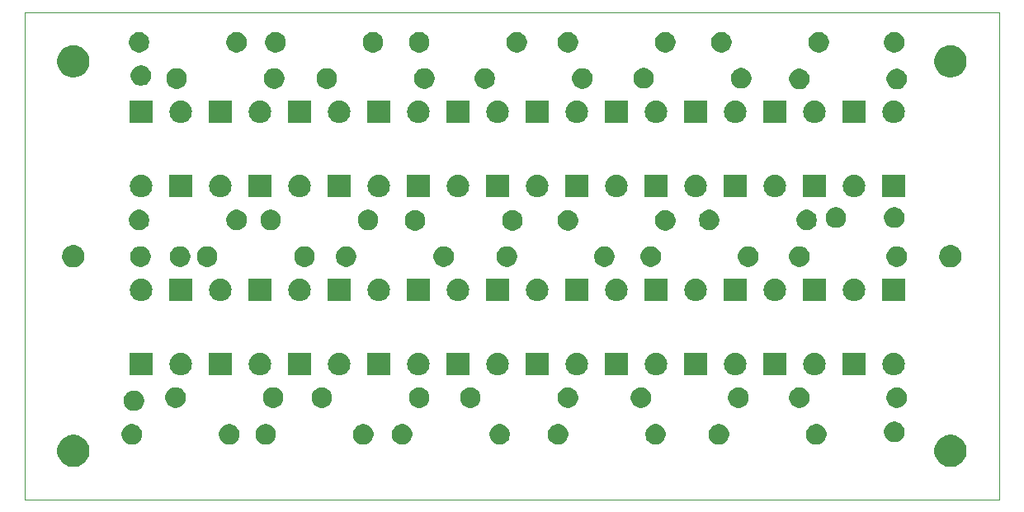
<source format=gbr>
G04 #@! TF.GenerationSoftware,KiCad,Pcbnew,5.1.4-e60b266~84~ubuntu16.04.1*
G04 #@! TF.CreationDate,2019-10-09T00:34:16-05:00*
G04 #@! TF.ProjectId,10x10p,31307831-3070-42e6-9b69-6361645f7063,rev?*
G04 #@! TF.SameCoordinates,Original*
G04 #@! TF.FileFunction,Soldermask,Top*
G04 #@! TF.FilePolarity,Negative*
%FSLAX46Y46*%
G04 Gerber Fmt 4.6, Leading zero omitted, Abs format (unit mm)*
G04 Created by KiCad (PCBNEW 5.1.4-e60b266~84~ubuntu16.04.1) date 2019-10-09 00:34:16*
%MOMM*%
%LPD*%
G04 APERTURE LIST*
%ADD10C,0.050000*%
%ADD11C,0.150000*%
G04 APERTURE END LIST*
D10*
X50000000Y-100000000D02*
X50000000Y-50000000D01*
X150000000Y-100000000D02*
X50000000Y-100000000D01*
X150000000Y-50000000D02*
X150000000Y-100000000D01*
X50000000Y-50000000D02*
X150000000Y-50000000D01*
D11*
G36*
X145375256Y-93391298D02*
G01*
X145481579Y-93412447D01*
X145782042Y-93536903D01*
X146052451Y-93717585D01*
X146282415Y-93947549D01*
X146463097Y-94217958D01*
X146587553Y-94518421D01*
X146651000Y-94837391D01*
X146651000Y-95162609D01*
X146587553Y-95481579D01*
X146463097Y-95782042D01*
X146282415Y-96052451D01*
X146052451Y-96282415D01*
X145782042Y-96463097D01*
X145481579Y-96587553D01*
X145375256Y-96608702D01*
X145162611Y-96651000D01*
X144837389Y-96651000D01*
X144624744Y-96608702D01*
X144518421Y-96587553D01*
X144217958Y-96463097D01*
X143947549Y-96282415D01*
X143717585Y-96052451D01*
X143536903Y-95782042D01*
X143412447Y-95481579D01*
X143349000Y-95162609D01*
X143349000Y-94837391D01*
X143412447Y-94518421D01*
X143536903Y-94217958D01*
X143717585Y-93947549D01*
X143947549Y-93717585D01*
X144217958Y-93536903D01*
X144518421Y-93412447D01*
X144624744Y-93391298D01*
X144837389Y-93349000D01*
X145162611Y-93349000D01*
X145375256Y-93391298D01*
X145375256Y-93391298D01*
G37*
G36*
X55375256Y-93391298D02*
G01*
X55481579Y-93412447D01*
X55782042Y-93536903D01*
X56052451Y-93717585D01*
X56282415Y-93947549D01*
X56463097Y-94217958D01*
X56587553Y-94518421D01*
X56651000Y-94837391D01*
X56651000Y-95162609D01*
X56587553Y-95481579D01*
X56463097Y-95782042D01*
X56282415Y-96052451D01*
X56052451Y-96282415D01*
X55782042Y-96463097D01*
X55481579Y-96587553D01*
X55375256Y-96608702D01*
X55162611Y-96651000D01*
X54837389Y-96651000D01*
X54624744Y-96608702D01*
X54518421Y-96587553D01*
X54217958Y-96463097D01*
X53947549Y-96282415D01*
X53717585Y-96052451D01*
X53536903Y-95782042D01*
X53412447Y-95481579D01*
X53349000Y-95162609D01*
X53349000Y-94837391D01*
X53412447Y-94518421D01*
X53536903Y-94217958D01*
X53717585Y-93947549D01*
X53947549Y-93717585D01*
X54217958Y-93536903D01*
X54518421Y-93412447D01*
X54624744Y-93391298D01*
X54837389Y-93349000D01*
X55162611Y-93349000D01*
X55375256Y-93391298D01*
X55375256Y-93391298D01*
G37*
G36*
X71296564Y-92279389D02*
G01*
X71487833Y-92358615D01*
X71487835Y-92358616D01*
X71505399Y-92370352D01*
X71659973Y-92473635D01*
X71806365Y-92620027D01*
X71921385Y-92792167D01*
X72000611Y-92983436D01*
X72041000Y-93186484D01*
X72041000Y-93393516D01*
X72000611Y-93596564D01*
X71921385Y-93787833D01*
X71921384Y-93787835D01*
X71806365Y-93959973D01*
X71659973Y-94106365D01*
X71487835Y-94221384D01*
X71487834Y-94221385D01*
X71487833Y-94221385D01*
X71296564Y-94300611D01*
X71093516Y-94341000D01*
X70886484Y-94341000D01*
X70683436Y-94300611D01*
X70492167Y-94221385D01*
X70492166Y-94221385D01*
X70492165Y-94221384D01*
X70320027Y-94106365D01*
X70173635Y-93959973D01*
X70058616Y-93787835D01*
X70058615Y-93787833D01*
X69979389Y-93596564D01*
X69939000Y-93393516D01*
X69939000Y-93186484D01*
X69979389Y-92983436D01*
X70058615Y-92792167D01*
X70173635Y-92620027D01*
X70320027Y-92473635D01*
X70474601Y-92370352D01*
X70492165Y-92358616D01*
X70492167Y-92358615D01*
X70683436Y-92279389D01*
X70886484Y-92239000D01*
X71093516Y-92239000D01*
X71296564Y-92279389D01*
X71296564Y-92279389D01*
G37*
G36*
X61296564Y-92279389D02*
G01*
X61487833Y-92358615D01*
X61487835Y-92358616D01*
X61505399Y-92370352D01*
X61659973Y-92473635D01*
X61806365Y-92620027D01*
X61921385Y-92792167D01*
X62000611Y-92983436D01*
X62041000Y-93186484D01*
X62041000Y-93393516D01*
X62000611Y-93596564D01*
X61921385Y-93787833D01*
X61921384Y-93787835D01*
X61806365Y-93959973D01*
X61659973Y-94106365D01*
X61487835Y-94221384D01*
X61487834Y-94221385D01*
X61487833Y-94221385D01*
X61296564Y-94300611D01*
X61093516Y-94341000D01*
X60886484Y-94341000D01*
X60683436Y-94300611D01*
X60492167Y-94221385D01*
X60492166Y-94221385D01*
X60492165Y-94221384D01*
X60320027Y-94106365D01*
X60173635Y-93959973D01*
X60058616Y-93787835D01*
X60058615Y-93787833D01*
X59979389Y-93596564D01*
X59939000Y-93393516D01*
X59939000Y-93186484D01*
X59979389Y-92983436D01*
X60058615Y-92792167D01*
X60173635Y-92620027D01*
X60320027Y-92473635D01*
X60474601Y-92370352D01*
X60492165Y-92358616D01*
X60492167Y-92358615D01*
X60683436Y-92279389D01*
X60886484Y-92239000D01*
X61093516Y-92239000D01*
X61296564Y-92279389D01*
X61296564Y-92279389D01*
G37*
G36*
X85046564Y-92279389D02*
G01*
X85237833Y-92358615D01*
X85237835Y-92358616D01*
X85255399Y-92370352D01*
X85409973Y-92473635D01*
X85556365Y-92620027D01*
X85671385Y-92792167D01*
X85750611Y-92983436D01*
X85791000Y-93186484D01*
X85791000Y-93393516D01*
X85750611Y-93596564D01*
X85671385Y-93787833D01*
X85671384Y-93787835D01*
X85556365Y-93959973D01*
X85409973Y-94106365D01*
X85237835Y-94221384D01*
X85237834Y-94221385D01*
X85237833Y-94221385D01*
X85046564Y-94300611D01*
X84843516Y-94341000D01*
X84636484Y-94341000D01*
X84433436Y-94300611D01*
X84242167Y-94221385D01*
X84242166Y-94221385D01*
X84242165Y-94221384D01*
X84070027Y-94106365D01*
X83923635Y-93959973D01*
X83808616Y-93787835D01*
X83808615Y-93787833D01*
X83729389Y-93596564D01*
X83689000Y-93393516D01*
X83689000Y-93186484D01*
X83729389Y-92983436D01*
X83808615Y-92792167D01*
X83923635Y-92620027D01*
X84070027Y-92473635D01*
X84224601Y-92370352D01*
X84242165Y-92358616D01*
X84242167Y-92358615D01*
X84433436Y-92279389D01*
X84636484Y-92239000D01*
X84843516Y-92239000D01*
X85046564Y-92279389D01*
X85046564Y-92279389D01*
G37*
G36*
X75046564Y-92279389D02*
G01*
X75237833Y-92358615D01*
X75237835Y-92358616D01*
X75255399Y-92370352D01*
X75409973Y-92473635D01*
X75556365Y-92620027D01*
X75671385Y-92792167D01*
X75750611Y-92983436D01*
X75791000Y-93186484D01*
X75791000Y-93393516D01*
X75750611Y-93596564D01*
X75671385Y-93787833D01*
X75671384Y-93787835D01*
X75556365Y-93959973D01*
X75409973Y-94106365D01*
X75237835Y-94221384D01*
X75237834Y-94221385D01*
X75237833Y-94221385D01*
X75046564Y-94300611D01*
X74843516Y-94341000D01*
X74636484Y-94341000D01*
X74433436Y-94300611D01*
X74242167Y-94221385D01*
X74242166Y-94221385D01*
X74242165Y-94221384D01*
X74070027Y-94106365D01*
X73923635Y-93959973D01*
X73808616Y-93787835D01*
X73808615Y-93787833D01*
X73729389Y-93596564D01*
X73689000Y-93393516D01*
X73689000Y-93186484D01*
X73729389Y-92983436D01*
X73808615Y-92792167D01*
X73923635Y-92620027D01*
X74070027Y-92473635D01*
X74224601Y-92370352D01*
X74242165Y-92358616D01*
X74242167Y-92358615D01*
X74433436Y-92279389D01*
X74636484Y-92239000D01*
X74843516Y-92239000D01*
X75046564Y-92279389D01*
X75046564Y-92279389D01*
G37*
G36*
X99046564Y-92279389D02*
G01*
X99237833Y-92358615D01*
X99237835Y-92358616D01*
X99255399Y-92370352D01*
X99409973Y-92473635D01*
X99556365Y-92620027D01*
X99671385Y-92792167D01*
X99750611Y-92983436D01*
X99791000Y-93186484D01*
X99791000Y-93393516D01*
X99750611Y-93596564D01*
X99671385Y-93787833D01*
X99671384Y-93787835D01*
X99556365Y-93959973D01*
X99409973Y-94106365D01*
X99237835Y-94221384D01*
X99237834Y-94221385D01*
X99237833Y-94221385D01*
X99046564Y-94300611D01*
X98843516Y-94341000D01*
X98636484Y-94341000D01*
X98433436Y-94300611D01*
X98242167Y-94221385D01*
X98242166Y-94221385D01*
X98242165Y-94221384D01*
X98070027Y-94106365D01*
X97923635Y-93959973D01*
X97808616Y-93787835D01*
X97808615Y-93787833D01*
X97729389Y-93596564D01*
X97689000Y-93393516D01*
X97689000Y-93186484D01*
X97729389Y-92983436D01*
X97808615Y-92792167D01*
X97923635Y-92620027D01*
X98070027Y-92473635D01*
X98224601Y-92370352D01*
X98242165Y-92358616D01*
X98242167Y-92358615D01*
X98433436Y-92279389D01*
X98636484Y-92239000D01*
X98843516Y-92239000D01*
X99046564Y-92279389D01*
X99046564Y-92279389D01*
G37*
G36*
X89046564Y-92279389D02*
G01*
X89237833Y-92358615D01*
X89237835Y-92358616D01*
X89255399Y-92370352D01*
X89409973Y-92473635D01*
X89556365Y-92620027D01*
X89671385Y-92792167D01*
X89750611Y-92983436D01*
X89791000Y-93186484D01*
X89791000Y-93393516D01*
X89750611Y-93596564D01*
X89671385Y-93787833D01*
X89671384Y-93787835D01*
X89556365Y-93959973D01*
X89409973Y-94106365D01*
X89237835Y-94221384D01*
X89237834Y-94221385D01*
X89237833Y-94221385D01*
X89046564Y-94300611D01*
X88843516Y-94341000D01*
X88636484Y-94341000D01*
X88433436Y-94300611D01*
X88242167Y-94221385D01*
X88242166Y-94221385D01*
X88242165Y-94221384D01*
X88070027Y-94106365D01*
X87923635Y-93959973D01*
X87808616Y-93787835D01*
X87808615Y-93787833D01*
X87729389Y-93596564D01*
X87689000Y-93393516D01*
X87689000Y-93186484D01*
X87729389Y-92983436D01*
X87808615Y-92792167D01*
X87923635Y-92620027D01*
X88070027Y-92473635D01*
X88224601Y-92370352D01*
X88242165Y-92358616D01*
X88242167Y-92358615D01*
X88433436Y-92279389D01*
X88636484Y-92239000D01*
X88843516Y-92239000D01*
X89046564Y-92279389D01*
X89046564Y-92279389D01*
G37*
G36*
X105046564Y-92279389D02*
G01*
X105237833Y-92358615D01*
X105237835Y-92358616D01*
X105255399Y-92370352D01*
X105409973Y-92473635D01*
X105556365Y-92620027D01*
X105671385Y-92792167D01*
X105750611Y-92983436D01*
X105791000Y-93186484D01*
X105791000Y-93393516D01*
X105750611Y-93596564D01*
X105671385Y-93787833D01*
X105671384Y-93787835D01*
X105556365Y-93959973D01*
X105409973Y-94106365D01*
X105237835Y-94221384D01*
X105237834Y-94221385D01*
X105237833Y-94221385D01*
X105046564Y-94300611D01*
X104843516Y-94341000D01*
X104636484Y-94341000D01*
X104433436Y-94300611D01*
X104242167Y-94221385D01*
X104242166Y-94221385D01*
X104242165Y-94221384D01*
X104070027Y-94106365D01*
X103923635Y-93959973D01*
X103808616Y-93787835D01*
X103808615Y-93787833D01*
X103729389Y-93596564D01*
X103689000Y-93393516D01*
X103689000Y-93186484D01*
X103729389Y-92983436D01*
X103808615Y-92792167D01*
X103923635Y-92620027D01*
X104070027Y-92473635D01*
X104224601Y-92370352D01*
X104242165Y-92358616D01*
X104242167Y-92358615D01*
X104433436Y-92279389D01*
X104636484Y-92239000D01*
X104843516Y-92239000D01*
X105046564Y-92279389D01*
X105046564Y-92279389D01*
G37*
G36*
X131546564Y-92279389D02*
G01*
X131737833Y-92358615D01*
X131737835Y-92358616D01*
X131755399Y-92370352D01*
X131909973Y-92473635D01*
X132056365Y-92620027D01*
X132171385Y-92792167D01*
X132250611Y-92983436D01*
X132291000Y-93186484D01*
X132291000Y-93393516D01*
X132250611Y-93596564D01*
X132171385Y-93787833D01*
X132171384Y-93787835D01*
X132056365Y-93959973D01*
X131909973Y-94106365D01*
X131737835Y-94221384D01*
X131737834Y-94221385D01*
X131737833Y-94221385D01*
X131546564Y-94300611D01*
X131343516Y-94341000D01*
X131136484Y-94341000D01*
X130933436Y-94300611D01*
X130742167Y-94221385D01*
X130742166Y-94221385D01*
X130742165Y-94221384D01*
X130570027Y-94106365D01*
X130423635Y-93959973D01*
X130308616Y-93787835D01*
X130308615Y-93787833D01*
X130229389Y-93596564D01*
X130189000Y-93393516D01*
X130189000Y-93186484D01*
X130229389Y-92983436D01*
X130308615Y-92792167D01*
X130423635Y-92620027D01*
X130570027Y-92473635D01*
X130724601Y-92370352D01*
X130742165Y-92358616D01*
X130742167Y-92358615D01*
X130933436Y-92279389D01*
X131136484Y-92239000D01*
X131343516Y-92239000D01*
X131546564Y-92279389D01*
X131546564Y-92279389D01*
G37*
G36*
X121546564Y-92279389D02*
G01*
X121737833Y-92358615D01*
X121737835Y-92358616D01*
X121755399Y-92370352D01*
X121909973Y-92473635D01*
X122056365Y-92620027D01*
X122171385Y-92792167D01*
X122250611Y-92983436D01*
X122291000Y-93186484D01*
X122291000Y-93393516D01*
X122250611Y-93596564D01*
X122171385Y-93787833D01*
X122171384Y-93787835D01*
X122056365Y-93959973D01*
X121909973Y-94106365D01*
X121737835Y-94221384D01*
X121737834Y-94221385D01*
X121737833Y-94221385D01*
X121546564Y-94300611D01*
X121343516Y-94341000D01*
X121136484Y-94341000D01*
X120933436Y-94300611D01*
X120742167Y-94221385D01*
X120742166Y-94221385D01*
X120742165Y-94221384D01*
X120570027Y-94106365D01*
X120423635Y-93959973D01*
X120308616Y-93787835D01*
X120308615Y-93787833D01*
X120229389Y-93596564D01*
X120189000Y-93393516D01*
X120189000Y-93186484D01*
X120229389Y-92983436D01*
X120308615Y-92792167D01*
X120423635Y-92620027D01*
X120570027Y-92473635D01*
X120724601Y-92370352D01*
X120742165Y-92358616D01*
X120742167Y-92358615D01*
X120933436Y-92279389D01*
X121136484Y-92239000D01*
X121343516Y-92239000D01*
X121546564Y-92279389D01*
X121546564Y-92279389D01*
G37*
G36*
X115046564Y-92279389D02*
G01*
X115237833Y-92358615D01*
X115237835Y-92358616D01*
X115255399Y-92370352D01*
X115409973Y-92473635D01*
X115556365Y-92620027D01*
X115671385Y-92792167D01*
X115750611Y-92983436D01*
X115791000Y-93186484D01*
X115791000Y-93393516D01*
X115750611Y-93596564D01*
X115671385Y-93787833D01*
X115671384Y-93787835D01*
X115556365Y-93959973D01*
X115409973Y-94106365D01*
X115237835Y-94221384D01*
X115237834Y-94221385D01*
X115237833Y-94221385D01*
X115046564Y-94300611D01*
X114843516Y-94341000D01*
X114636484Y-94341000D01*
X114433436Y-94300611D01*
X114242167Y-94221385D01*
X114242166Y-94221385D01*
X114242165Y-94221384D01*
X114070027Y-94106365D01*
X113923635Y-93959973D01*
X113808616Y-93787835D01*
X113808615Y-93787833D01*
X113729389Y-93596564D01*
X113689000Y-93393516D01*
X113689000Y-93186484D01*
X113729389Y-92983436D01*
X113808615Y-92792167D01*
X113923635Y-92620027D01*
X114070027Y-92473635D01*
X114224601Y-92370352D01*
X114242165Y-92358616D01*
X114242167Y-92358615D01*
X114433436Y-92279389D01*
X114636484Y-92239000D01*
X114843516Y-92239000D01*
X115046564Y-92279389D01*
X115046564Y-92279389D01*
G37*
G36*
X139546416Y-92029879D02*
G01*
X139737592Y-92109067D01*
X139737594Y-92109068D01*
X139909648Y-92224031D01*
X140055969Y-92370352D01*
X140124981Y-92473635D01*
X140170933Y-92542408D01*
X140250121Y-92733584D01*
X140290490Y-92936534D01*
X140290490Y-93143466D01*
X140250121Y-93346416D01*
X140230612Y-93393514D01*
X140170932Y-93537594D01*
X140055969Y-93709648D01*
X139909648Y-93855969D01*
X139737594Y-93970932D01*
X139737593Y-93970933D01*
X139737592Y-93970933D01*
X139546416Y-94050121D01*
X139343466Y-94090490D01*
X139136534Y-94090490D01*
X138933584Y-94050121D01*
X138742408Y-93970933D01*
X138742407Y-93970933D01*
X138742406Y-93970932D01*
X138570352Y-93855969D01*
X138424031Y-93709648D01*
X138309068Y-93537594D01*
X138249388Y-93393514D01*
X138229879Y-93346416D01*
X138189510Y-93143466D01*
X138189510Y-92936534D01*
X138229879Y-92733584D01*
X138309067Y-92542408D01*
X138355020Y-92473635D01*
X138424031Y-92370352D01*
X138570352Y-92224031D01*
X138742406Y-92109068D01*
X138742408Y-92109067D01*
X138933584Y-92029879D01*
X139136534Y-91989510D01*
X139343466Y-91989510D01*
X139546416Y-92029879D01*
X139546416Y-92029879D01*
G37*
G36*
X61525816Y-88838479D02*
G01*
X61716992Y-88917667D01*
X61716994Y-88917668D01*
X61870990Y-89020565D01*
X61889048Y-89032631D01*
X62035369Y-89178952D01*
X62150333Y-89351008D01*
X62229521Y-89542184D01*
X62269890Y-89745134D01*
X62269890Y-89952066D01*
X62229521Y-90155016D01*
X62215704Y-90188373D01*
X62150332Y-90346194D01*
X62035369Y-90518248D01*
X61889048Y-90664569D01*
X61716994Y-90779532D01*
X61716993Y-90779533D01*
X61716992Y-90779533D01*
X61525816Y-90858721D01*
X61322866Y-90899090D01*
X61115934Y-90899090D01*
X60912984Y-90858721D01*
X60721808Y-90779533D01*
X60721807Y-90779533D01*
X60721806Y-90779532D01*
X60549752Y-90664569D01*
X60403431Y-90518248D01*
X60288468Y-90346194D01*
X60223096Y-90188373D01*
X60209279Y-90155016D01*
X60168910Y-89952066D01*
X60168910Y-89745134D01*
X60209279Y-89542184D01*
X60288467Y-89351008D01*
X60403431Y-89178952D01*
X60549752Y-89032631D01*
X60567810Y-89020565D01*
X60721806Y-88917668D01*
X60721808Y-88917667D01*
X60912984Y-88838479D01*
X61115934Y-88798110D01*
X61322866Y-88798110D01*
X61525816Y-88838479D01*
X61525816Y-88838479D01*
G37*
G36*
X80796564Y-88529389D02*
G01*
X80935688Y-88587016D01*
X80987835Y-88608616D01*
X81159973Y-88723635D01*
X81306365Y-88870027D01*
X81415014Y-89032631D01*
X81421385Y-89042167D01*
X81500611Y-89233436D01*
X81541000Y-89436484D01*
X81541000Y-89643516D01*
X81500611Y-89846564D01*
X81430332Y-90016233D01*
X81421384Y-90037835D01*
X81306365Y-90209973D01*
X81159973Y-90356365D01*
X80987835Y-90471384D01*
X80987834Y-90471385D01*
X80987833Y-90471385D01*
X80796564Y-90550611D01*
X80593516Y-90591000D01*
X80386484Y-90591000D01*
X80183436Y-90550611D01*
X79992167Y-90471385D01*
X79992166Y-90471385D01*
X79992165Y-90471384D01*
X79820027Y-90356365D01*
X79673635Y-90209973D01*
X79558616Y-90037835D01*
X79549668Y-90016233D01*
X79479389Y-89846564D01*
X79439000Y-89643516D01*
X79439000Y-89436484D01*
X79479389Y-89233436D01*
X79558615Y-89042167D01*
X79564987Y-89032631D01*
X79673635Y-88870027D01*
X79820027Y-88723635D01*
X79992165Y-88608616D01*
X80044312Y-88587016D01*
X80183436Y-88529389D01*
X80386484Y-88489000D01*
X80593516Y-88489000D01*
X80796564Y-88529389D01*
X80796564Y-88529389D01*
G37*
G36*
X139796564Y-88529389D02*
G01*
X139935688Y-88587016D01*
X139987835Y-88608616D01*
X140159973Y-88723635D01*
X140306365Y-88870027D01*
X140415014Y-89032631D01*
X140421385Y-89042167D01*
X140500611Y-89233436D01*
X140541000Y-89436484D01*
X140541000Y-89643516D01*
X140500611Y-89846564D01*
X140430332Y-90016233D01*
X140421384Y-90037835D01*
X140306365Y-90209973D01*
X140159973Y-90356365D01*
X139987835Y-90471384D01*
X139987834Y-90471385D01*
X139987833Y-90471385D01*
X139796564Y-90550611D01*
X139593516Y-90591000D01*
X139386484Y-90591000D01*
X139183436Y-90550611D01*
X138992167Y-90471385D01*
X138992166Y-90471385D01*
X138992165Y-90471384D01*
X138820027Y-90356365D01*
X138673635Y-90209973D01*
X138558616Y-90037835D01*
X138549668Y-90016233D01*
X138479389Y-89846564D01*
X138439000Y-89643516D01*
X138439000Y-89436484D01*
X138479389Y-89233436D01*
X138558615Y-89042167D01*
X138564987Y-89032631D01*
X138673635Y-88870027D01*
X138820027Y-88723635D01*
X138992165Y-88608616D01*
X139044312Y-88587016D01*
X139183436Y-88529389D01*
X139386484Y-88489000D01*
X139593516Y-88489000D01*
X139796564Y-88529389D01*
X139796564Y-88529389D01*
G37*
G36*
X123546564Y-88529389D02*
G01*
X123685688Y-88587016D01*
X123737835Y-88608616D01*
X123909973Y-88723635D01*
X124056365Y-88870027D01*
X124165014Y-89032631D01*
X124171385Y-89042167D01*
X124250611Y-89233436D01*
X124291000Y-89436484D01*
X124291000Y-89643516D01*
X124250611Y-89846564D01*
X124180332Y-90016233D01*
X124171384Y-90037835D01*
X124056365Y-90209973D01*
X123909973Y-90356365D01*
X123737835Y-90471384D01*
X123737834Y-90471385D01*
X123737833Y-90471385D01*
X123546564Y-90550611D01*
X123343516Y-90591000D01*
X123136484Y-90591000D01*
X122933436Y-90550611D01*
X122742167Y-90471385D01*
X122742166Y-90471385D01*
X122742165Y-90471384D01*
X122570027Y-90356365D01*
X122423635Y-90209973D01*
X122308616Y-90037835D01*
X122299668Y-90016233D01*
X122229389Y-89846564D01*
X122189000Y-89643516D01*
X122189000Y-89436484D01*
X122229389Y-89233436D01*
X122308615Y-89042167D01*
X122314987Y-89032631D01*
X122423635Y-88870027D01*
X122570027Y-88723635D01*
X122742165Y-88608616D01*
X122794312Y-88587016D01*
X122933436Y-88529389D01*
X123136484Y-88489000D01*
X123343516Y-88489000D01*
X123546564Y-88529389D01*
X123546564Y-88529389D01*
G37*
G36*
X113546564Y-88529389D02*
G01*
X113685688Y-88587016D01*
X113737835Y-88608616D01*
X113909973Y-88723635D01*
X114056365Y-88870027D01*
X114165014Y-89032631D01*
X114171385Y-89042167D01*
X114250611Y-89233436D01*
X114291000Y-89436484D01*
X114291000Y-89643516D01*
X114250611Y-89846564D01*
X114180332Y-90016233D01*
X114171384Y-90037835D01*
X114056365Y-90209973D01*
X113909973Y-90356365D01*
X113737835Y-90471384D01*
X113737834Y-90471385D01*
X113737833Y-90471385D01*
X113546564Y-90550611D01*
X113343516Y-90591000D01*
X113136484Y-90591000D01*
X112933436Y-90550611D01*
X112742167Y-90471385D01*
X112742166Y-90471385D01*
X112742165Y-90471384D01*
X112570027Y-90356365D01*
X112423635Y-90209973D01*
X112308616Y-90037835D01*
X112299668Y-90016233D01*
X112229389Y-89846564D01*
X112189000Y-89643516D01*
X112189000Y-89436484D01*
X112229389Y-89233436D01*
X112308615Y-89042167D01*
X112314987Y-89032631D01*
X112423635Y-88870027D01*
X112570027Y-88723635D01*
X112742165Y-88608616D01*
X112794312Y-88587016D01*
X112933436Y-88529389D01*
X113136484Y-88489000D01*
X113343516Y-88489000D01*
X113546564Y-88529389D01*
X113546564Y-88529389D01*
G37*
G36*
X90796564Y-88529389D02*
G01*
X90935688Y-88587016D01*
X90987835Y-88608616D01*
X91159973Y-88723635D01*
X91306365Y-88870027D01*
X91415014Y-89032631D01*
X91421385Y-89042167D01*
X91500611Y-89233436D01*
X91541000Y-89436484D01*
X91541000Y-89643516D01*
X91500611Y-89846564D01*
X91430332Y-90016233D01*
X91421384Y-90037835D01*
X91306365Y-90209973D01*
X91159973Y-90356365D01*
X90987835Y-90471384D01*
X90987834Y-90471385D01*
X90987833Y-90471385D01*
X90796564Y-90550611D01*
X90593516Y-90591000D01*
X90386484Y-90591000D01*
X90183436Y-90550611D01*
X89992167Y-90471385D01*
X89992166Y-90471385D01*
X89992165Y-90471384D01*
X89820027Y-90356365D01*
X89673635Y-90209973D01*
X89558616Y-90037835D01*
X89549668Y-90016233D01*
X89479389Y-89846564D01*
X89439000Y-89643516D01*
X89439000Y-89436484D01*
X89479389Y-89233436D01*
X89558615Y-89042167D01*
X89564987Y-89032631D01*
X89673635Y-88870027D01*
X89820027Y-88723635D01*
X89992165Y-88608616D01*
X90044312Y-88587016D01*
X90183436Y-88529389D01*
X90386484Y-88489000D01*
X90593516Y-88489000D01*
X90796564Y-88529389D01*
X90796564Y-88529389D01*
G37*
G36*
X96046564Y-88529389D02*
G01*
X96185688Y-88587016D01*
X96237835Y-88608616D01*
X96409973Y-88723635D01*
X96556365Y-88870027D01*
X96665014Y-89032631D01*
X96671385Y-89042167D01*
X96750611Y-89233436D01*
X96791000Y-89436484D01*
X96791000Y-89643516D01*
X96750611Y-89846564D01*
X96680332Y-90016233D01*
X96671384Y-90037835D01*
X96556365Y-90209973D01*
X96409973Y-90356365D01*
X96237835Y-90471384D01*
X96237834Y-90471385D01*
X96237833Y-90471385D01*
X96046564Y-90550611D01*
X95843516Y-90591000D01*
X95636484Y-90591000D01*
X95433436Y-90550611D01*
X95242167Y-90471385D01*
X95242166Y-90471385D01*
X95242165Y-90471384D01*
X95070027Y-90356365D01*
X94923635Y-90209973D01*
X94808616Y-90037835D01*
X94799668Y-90016233D01*
X94729389Y-89846564D01*
X94689000Y-89643516D01*
X94689000Y-89436484D01*
X94729389Y-89233436D01*
X94808615Y-89042167D01*
X94814987Y-89032631D01*
X94923635Y-88870027D01*
X95070027Y-88723635D01*
X95242165Y-88608616D01*
X95294312Y-88587016D01*
X95433436Y-88529389D01*
X95636484Y-88489000D01*
X95843516Y-88489000D01*
X96046564Y-88529389D01*
X96046564Y-88529389D01*
G37*
G36*
X106046564Y-88529389D02*
G01*
X106185688Y-88587016D01*
X106237835Y-88608616D01*
X106409973Y-88723635D01*
X106556365Y-88870027D01*
X106665014Y-89032631D01*
X106671385Y-89042167D01*
X106750611Y-89233436D01*
X106791000Y-89436484D01*
X106791000Y-89643516D01*
X106750611Y-89846564D01*
X106680332Y-90016233D01*
X106671384Y-90037835D01*
X106556365Y-90209973D01*
X106409973Y-90356365D01*
X106237835Y-90471384D01*
X106237834Y-90471385D01*
X106237833Y-90471385D01*
X106046564Y-90550611D01*
X105843516Y-90591000D01*
X105636484Y-90591000D01*
X105433436Y-90550611D01*
X105242167Y-90471385D01*
X105242166Y-90471385D01*
X105242165Y-90471384D01*
X105070027Y-90356365D01*
X104923635Y-90209973D01*
X104808616Y-90037835D01*
X104799668Y-90016233D01*
X104729389Y-89846564D01*
X104689000Y-89643516D01*
X104689000Y-89436484D01*
X104729389Y-89233436D01*
X104808615Y-89042167D01*
X104814987Y-89032631D01*
X104923635Y-88870027D01*
X105070027Y-88723635D01*
X105242165Y-88608616D01*
X105294312Y-88587016D01*
X105433436Y-88529389D01*
X105636484Y-88489000D01*
X105843516Y-88489000D01*
X106046564Y-88529389D01*
X106046564Y-88529389D01*
G37*
G36*
X129796564Y-88529389D02*
G01*
X129935688Y-88587016D01*
X129987835Y-88608616D01*
X130159973Y-88723635D01*
X130306365Y-88870027D01*
X130415014Y-89032631D01*
X130421385Y-89042167D01*
X130500611Y-89233436D01*
X130541000Y-89436484D01*
X130541000Y-89643516D01*
X130500611Y-89846564D01*
X130430332Y-90016233D01*
X130421384Y-90037835D01*
X130306365Y-90209973D01*
X130159973Y-90356365D01*
X129987835Y-90471384D01*
X129987834Y-90471385D01*
X129987833Y-90471385D01*
X129796564Y-90550611D01*
X129593516Y-90591000D01*
X129386484Y-90591000D01*
X129183436Y-90550611D01*
X128992167Y-90471385D01*
X128992166Y-90471385D01*
X128992165Y-90471384D01*
X128820027Y-90356365D01*
X128673635Y-90209973D01*
X128558616Y-90037835D01*
X128549668Y-90016233D01*
X128479389Y-89846564D01*
X128439000Y-89643516D01*
X128439000Y-89436484D01*
X128479389Y-89233436D01*
X128558615Y-89042167D01*
X128564987Y-89032631D01*
X128673635Y-88870027D01*
X128820027Y-88723635D01*
X128992165Y-88608616D01*
X129044312Y-88587016D01*
X129183436Y-88529389D01*
X129386484Y-88489000D01*
X129593516Y-88489000D01*
X129796564Y-88529389D01*
X129796564Y-88529389D01*
G37*
G36*
X65800764Y-88507789D02*
G01*
X65992033Y-88587015D01*
X65992035Y-88587016D01*
X66164173Y-88702035D01*
X66310565Y-88848427D01*
X66425585Y-89020567D01*
X66504811Y-89211836D01*
X66545200Y-89414884D01*
X66545200Y-89621916D01*
X66504811Y-89824964D01*
X66425585Y-90016233D01*
X66425584Y-90016235D01*
X66310565Y-90188373D01*
X66164173Y-90334765D01*
X65992035Y-90449784D01*
X65992034Y-90449785D01*
X65992033Y-90449785D01*
X65800764Y-90529011D01*
X65597716Y-90569400D01*
X65390684Y-90569400D01*
X65187636Y-90529011D01*
X64996367Y-90449785D01*
X64996366Y-90449785D01*
X64996365Y-90449784D01*
X64824227Y-90334765D01*
X64677835Y-90188373D01*
X64562816Y-90016235D01*
X64562815Y-90016233D01*
X64483589Y-89824964D01*
X64443200Y-89621916D01*
X64443200Y-89414884D01*
X64483589Y-89211836D01*
X64562815Y-89020567D01*
X64677835Y-88848427D01*
X64824227Y-88702035D01*
X64996365Y-88587016D01*
X64996367Y-88587015D01*
X65187636Y-88507789D01*
X65390684Y-88467400D01*
X65597716Y-88467400D01*
X65800764Y-88507789D01*
X65800764Y-88507789D01*
G37*
G36*
X75800764Y-88507789D02*
G01*
X75992033Y-88587015D01*
X75992035Y-88587016D01*
X76164173Y-88702035D01*
X76310565Y-88848427D01*
X76425585Y-89020567D01*
X76504811Y-89211836D01*
X76545200Y-89414884D01*
X76545200Y-89621916D01*
X76504811Y-89824964D01*
X76425585Y-90016233D01*
X76425584Y-90016235D01*
X76310565Y-90188373D01*
X76164173Y-90334765D01*
X75992035Y-90449784D01*
X75992034Y-90449785D01*
X75992033Y-90449785D01*
X75800764Y-90529011D01*
X75597716Y-90569400D01*
X75390684Y-90569400D01*
X75187636Y-90529011D01*
X74996367Y-90449785D01*
X74996366Y-90449785D01*
X74996365Y-90449784D01*
X74824227Y-90334765D01*
X74677835Y-90188373D01*
X74562816Y-90016235D01*
X74562815Y-90016233D01*
X74483589Y-89824964D01*
X74443200Y-89621916D01*
X74443200Y-89414884D01*
X74483589Y-89211836D01*
X74562815Y-89020567D01*
X74677835Y-88848427D01*
X74824227Y-88702035D01*
X74996365Y-88587016D01*
X74996367Y-88587015D01*
X75187636Y-88507789D01*
X75390684Y-88467400D01*
X75597716Y-88467400D01*
X75800764Y-88507789D01*
X75800764Y-88507789D01*
G37*
G36*
X128131000Y-87223000D02*
G01*
X125829000Y-87223000D01*
X125829000Y-84921000D01*
X128131000Y-84921000D01*
X128131000Y-87223000D01*
X128131000Y-87223000D01*
G37*
G36*
X63107000Y-87223000D02*
G01*
X60805000Y-87223000D01*
X60805000Y-84921000D01*
X63107000Y-84921000D01*
X63107000Y-87223000D01*
X63107000Y-87223000D01*
G37*
G36*
X139341271Y-84932103D02*
G01*
X139397635Y-84937654D01*
X139614600Y-85003470D01*
X139614602Y-85003471D01*
X139814555Y-85110347D01*
X139989818Y-85254182D01*
X140133653Y-85429445D01*
X140240529Y-85629398D01*
X140306346Y-85846366D01*
X140328569Y-86072000D01*
X140306346Y-86297634D01*
X140240529Y-86514602D01*
X140133653Y-86714555D01*
X139989818Y-86889818D01*
X139814555Y-87033653D01*
X139614602Y-87140529D01*
X139614600Y-87140530D01*
X139397635Y-87206346D01*
X139341271Y-87211897D01*
X139228545Y-87223000D01*
X139115455Y-87223000D01*
X139002729Y-87211897D01*
X138946365Y-87206346D01*
X138729400Y-87140530D01*
X138729398Y-87140529D01*
X138529445Y-87033653D01*
X138354182Y-86889818D01*
X138210347Y-86714555D01*
X138103471Y-86514602D01*
X138037654Y-86297634D01*
X138015431Y-86072000D01*
X138037654Y-85846366D01*
X138103471Y-85629398D01*
X138210347Y-85429445D01*
X138354182Y-85254182D01*
X138529445Y-85110347D01*
X138729398Y-85003471D01*
X138729400Y-85003470D01*
X138946365Y-84937654D01*
X139002729Y-84932103D01*
X139115455Y-84921000D01*
X139228545Y-84921000D01*
X139341271Y-84932103D01*
X139341271Y-84932103D01*
G37*
G36*
X136259000Y-87223000D02*
G01*
X133957000Y-87223000D01*
X133957000Y-84921000D01*
X136259000Y-84921000D01*
X136259000Y-87223000D01*
X136259000Y-87223000D01*
G37*
G36*
X131213271Y-84932103D02*
G01*
X131269635Y-84937654D01*
X131486600Y-85003470D01*
X131486602Y-85003471D01*
X131686555Y-85110347D01*
X131861818Y-85254182D01*
X132005653Y-85429445D01*
X132112529Y-85629398D01*
X132178346Y-85846366D01*
X132200569Y-86072000D01*
X132178346Y-86297634D01*
X132112529Y-86514602D01*
X132005653Y-86714555D01*
X131861818Y-86889818D01*
X131686555Y-87033653D01*
X131486602Y-87140529D01*
X131486600Y-87140530D01*
X131269635Y-87206346D01*
X131213271Y-87211897D01*
X131100545Y-87223000D01*
X130987455Y-87223000D01*
X130874729Y-87211897D01*
X130818365Y-87206346D01*
X130601400Y-87140530D01*
X130601398Y-87140529D01*
X130401445Y-87033653D01*
X130226182Y-86889818D01*
X130082347Y-86714555D01*
X129975471Y-86514602D01*
X129909654Y-86297634D01*
X129887431Y-86072000D01*
X129909654Y-85846366D01*
X129975471Y-85629398D01*
X130082347Y-85429445D01*
X130226182Y-85254182D01*
X130401445Y-85110347D01*
X130601398Y-85003471D01*
X130601400Y-85003470D01*
X130818365Y-84937654D01*
X130874729Y-84932103D01*
X130987455Y-84921000D01*
X131100545Y-84921000D01*
X131213271Y-84932103D01*
X131213271Y-84932103D01*
G37*
G36*
X123085271Y-84932103D02*
G01*
X123141635Y-84937654D01*
X123358600Y-85003470D01*
X123358602Y-85003471D01*
X123558555Y-85110347D01*
X123733818Y-85254182D01*
X123877653Y-85429445D01*
X123984529Y-85629398D01*
X124050346Y-85846366D01*
X124072569Y-86072000D01*
X124050346Y-86297634D01*
X123984529Y-86514602D01*
X123877653Y-86714555D01*
X123733818Y-86889818D01*
X123558555Y-87033653D01*
X123358602Y-87140529D01*
X123358600Y-87140530D01*
X123141635Y-87206346D01*
X123085271Y-87211897D01*
X122972545Y-87223000D01*
X122859455Y-87223000D01*
X122746729Y-87211897D01*
X122690365Y-87206346D01*
X122473400Y-87140530D01*
X122473398Y-87140529D01*
X122273445Y-87033653D01*
X122098182Y-86889818D01*
X121954347Y-86714555D01*
X121847471Y-86514602D01*
X121781654Y-86297634D01*
X121759431Y-86072000D01*
X121781654Y-85846366D01*
X121847471Y-85629398D01*
X121954347Y-85429445D01*
X122098182Y-85254182D01*
X122273445Y-85110347D01*
X122473398Y-85003471D01*
X122473400Y-85003470D01*
X122690365Y-84937654D01*
X122746729Y-84932103D01*
X122859455Y-84921000D01*
X122972545Y-84921000D01*
X123085271Y-84932103D01*
X123085271Y-84932103D01*
G37*
G36*
X120003000Y-87223000D02*
G01*
X117701000Y-87223000D01*
X117701000Y-84921000D01*
X120003000Y-84921000D01*
X120003000Y-87223000D01*
X120003000Y-87223000D01*
G37*
G36*
X114957271Y-84932103D02*
G01*
X115013635Y-84937654D01*
X115230600Y-85003470D01*
X115230602Y-85003471D01*
X115430555Y-85110347D01*
X115605818Y-85254182D01*
X115749653Y-85429445D01*
X115856529Y-85629398D01*
X115922346Y-85846366D01*
X115944569Y-86072000D01*
X115922346Y-86297634D01*
X115856529Y-86514602D01*
X115749653Y-86714555D01*
X115605818Y-86889818D01*
X115430555Y-87033653D01*
X115230602Y-87140529D01*
X115230600Y-87140530D01*
X115013635Y-87206346D01*
X114957271Y-87211897D01*
X114844545Y-87223000D01*
X114731455Y-87223000D01*
X114618729Y-87211897D01*
X114562365Y-87206346D01*
X114345400Y-87140530D01*
X114345398Y-87140529D01*
X114145445Y-87033653D01*
X113970182Y-86889818D01*
X113826347Y-86714555D01*
X113719471Y-86514602D01*
X113653654Y-86297634D01*
X113631431Y-86072000D01*
X113653654Y-85846366D01*
X113719471Y-85629398D01*
X113826347Y-85429445D01*
X113970182Y-85254182D01*
X114145445Y-85110347D01*
X114345398Y-85003471D01*
X114345400Y-85003470D01*
X114562365Y-84937654D01*
X114618729Y-84932103D01*
X114731455Y-84921000D01*
X114844545Y-84921000D01*
X114957271Y-84932103D01*
X114957271Y-84932103D01*
G37*
G36*
X111875000Y-87223000D02*
G01*
X109573000Y-87223000D01*
X109573000Y-84921000D01*
X111875000Y-84921000D01*
X111875000Y-87223000D01*
X111875000Y-87223000D01*
G37*
G36*
X106829271Y-84932103D02*
G01*
X106885635Y-84937654D01*
X107102600Y-85003470D01*
X107102602Y-85003471D01*
X107302555Y-85110347D01*
X107477818Y-85254182D01*
X107621653Y-85429445D01*
X107728529Y-85629398D01*
X107794346Y-85846366D01*
X107816569Y-86072000D01*
X107794346Y-86297634D01*
X107728529Y-86514602D01*
X107621653Y-86714555D01*
X107477818Y-86889818D01*
X107302555Y-87033653D01*
X107102602Y-87140529D01*
X107102600Y-87140530D01*
X106885635Y-87206346D01*
X106829271Y-87211897D01*
X106716545Y-87223000D01*
X106603455Y-87223000D01*
X106490729Y-87211897D01*
X106434365Y-87206346D01*
X106217400Y-87140530D01*
X106217398Y-87140529D01*
X106017445Y-87033653D01*
X105842182Y-86889818D01*
X105698347Y-86714555D01*
X105591471Y-86514602D01*
X105525654Y-86297634D01*
X105503431Y-86072000D01*
X105525654Y-85846366D01*
X105591471Y-85629398D01*
X105698347Y-85429445D01*
X105842182Y-85254182D01*
X106017445Y-85110347D01*
X106217398Y-85003471D01*
X106217400Y-85003470D01*
X106434365Y-84937654D01*
X106490729Y-84932103D01*
X106603455Y-84921000D01*
X106716545Y-84921000D01*
X106829271Y-84932103D01*
X106829271Y-84932103D01*
G37*
G36*
X98701271Y-84932103D02*
G01*
X98757635Y-84937654D01*
X98974600Y-85003470D01*
X98974602Y-85003471D01*
X99174555Y-85110347D01*
X99349818Y-85254182D01*
X99493653Y-85429445D01*
X99600529Y-85629398D01*
X99666346Y-85846366D01*
X99688569Y-86072000D01*
X99666346Y-86297634D01*
X99600529Y-86514602D01*
X99493653Y-86714555D01*
X99349818Y-86889818D01*
X99174555Y-87033653D01*
X98974602Y-87140529D01*
X98974600Y-87140530D01*
X98757635Y-87206346D01*
X98701271Y-87211897D01*
X98588545Y-87223000D01*
X98475455Y-87223000D01*
X98362729Y-87211897D01*
X98306365Y-87206346D01*
X98089400Y-87140530D01*
X98089398Y-87140529D01*
X97889445Y-87033653D01*
X97714182Y-86889818D01*
X97570347Y-86714555D01*
X97463471Y-86514602D01*
X97397654Y-86297634D01*
X97375431Y-86072000D01*
X97397654Y-85846366D01*
X97463471Y-85629398D01*
X97570347Y-85429445D01*
X97714182Y-85254182D01*
X97889445Y-85110347D01*
X98089398Y-85003471D01*
X98089400Y-85003470D01*
X98306365Y-84937654D01*
X98362729Y-84932103D01*
X98475455Y-84921000D01*
X98588545Y-84921000D01*
X98701271Y-84932103D01*
X98701271Y-84932103D01*
G37*
G36*
X95619000Y-87223000D02*
G01*
X93317000Y-87223000D01*
X93317000Y-84921000D01*
X95619000Y-84921000D01*
X95619000Y-87223000D01*
X95619000Y-87223000D01*
G37*
G36*
X90573271Y-84932103D02*
G01*
X90629635Y-84937654D01*
X90846600Y-85003470D01*
X90846602Y-85003471D01*
X91046555Y-85110347D01*
X91221818Y-85254182D01*
X91365653Y-85429445D01*
X91472529Y-85629398D01*
X91538346Y-85846366D01*
X91560569Y-86072000D01*
X91538346Y-86297634D01*
X91472529Y-86514602D01*
X91365653Y-86714555D01*
X91221818Y-86889818D01*
X91046555Y-87033653D01*
X90846602Y-87140529D01*
X90846600Y-87140530D01*
X90629635Y-87206346D01*
X90573271Y-87211897D01*
X90460545Y-87223000D01*
X90347455Y-87223000D01*
X90234729Y-87211897D01*
X90178365Y-87206346D01*
X89961400Y-87140530D01*
X89961398Y-87140529D01*
X89761445Y-87033653D01*
X89586182Y-86889818D01*
X89442347Y-86714555D01*
X89335471Y-86514602D01*
X89269654Y-86297634D01*
X89247431Y-86072000D01*
X89269654Y-85846366D01*
X89335471Y-85629398D01*
X89442347Y-85429445D01*
X89586182Y-85254182D01*
X89761445Y-85110347D01*
X89961398Y-85003471D01*
X89961400Y-85003470D01*
X90178365Y-84937654D01*
X90234729Y-84932103D01*
X90347455Y-84921000D01*
X90460545Y-84921000D01*
X90573271Y-84932103D01*
X90573271Y-84932103D01*
G37*
G36*
X87491000Y-87223000D02*
G01*
X85189000Y-87223000D01*
X85189000Y-84921000D01*
X87491000Y-84921000D01*
X87491000Y-87223000D01*
X87491000Y-87223000D01*
G37*
G36*
X82445271Y-84932103D02*
G01*
X82501635Y-84937654D01*
X82718600Y-85003470D01*
X82718602Y-85003471D01*
X82918555Y-85110347D01*
X83093818Y-85254182D01*
X83237653Y-85429445D01*
X83344529Y-85629398D01*
X83410346Y-85846366D01*
X83432569Y-86072000D01*
X83410346Y-86297634D01*
X83344529Y-86514602D01*
X83237653Y-86714555D01*
X83093818Y-86889818D01*
X82918555Y-87033653D01*
X82718602Y-87140529D01*
X82718600Y-87140530D01*
X82501635Y-87206346D01*
X82445271Y-87211897D01*
X82332545Y-87223000D01*
X82219455Y-87223000D01*
X82106729Y-87211897D01*
X82050365Y-87206346D01*
X81833400Y-87140530D01*
X81833398Y-87140529D01*
X81633445Y-87033653D01*
X81458182Y-86889818D01*
X81314347Y-86714555D01*
X81207471Y-86514602D01*
X81141654Y-86297634D01*
X81119431Y-86072000D01*
X81141654Y-85846366D01*
X81207471Y-85629398D01*
X81314347Y-85429445D01*
X81458182Y-85254182D01*
X81633445Y-85110347D01*
X81833398Y-85003471D01*
X81833400Y-85003470D01*
X82050365Y-84937654D01*
X82106729Y-84932103D01*
X82219455Y-84921000D01*
X82332545Y-84921000D01*
X82445271Y-84932103D01*
X82445271Y-84932103D01*
G37*
G36*
X79363000Y-87223000D02*
G01*
X77061000Y-87223000D01*
X77061000Y-84921000D01*
X79363000Y-84921000D01*
X79363000Y-87223000D01*
X79363000Y-87223000D01*
G37*
G36*
X74317271Y-84932103D02*
G01*
X74373635Y-84937654D01*
X74590600Y-85003470D01*
X74590602Y-85003471D01*
X74790555Y-85110347D01*
X74965818Y-85254182D01*
X75109653Y-85429445D01*
X75216529Y-85629398D01*
X75282346Y-85846366D01*
X75304569Y-86072000D01*
X75282346Y-86297634D01*
X75216529Y-86514602D01*
X75109653Y-86714555D01*
X74965818Y-86889818D01*
X74790555Y-87033653D01*
X74590602Y-87140529D01*
X74590600Y-87140530D01*
X74373635Y-87206346D01*
X74317271Y-87211897D01*
X74204545Y-87223000D01*
X74091455Y-87223000D01*
X73978729Y-87211897D01*
X73922365Y-87206346D01*
X73705400Y-87140530D01*
X73705398Y-87140529D01*
X73505445Y-87033653D01*
X73330182Y-86889818D01*
X73186347Y-86714555D01*
X73079471Y-86514602D01*
X73013654Y-86297634D01*
X72991431Y-86072000D01*
X73013654Y-85846366D01*
X73079471Y-85629398D01*
X73186347Y-85429445D01*
X73330182Y-85254182D01*
X73505445Y-85110347D01*
X73705398Y-85003471D01*
X73705400Y-85003470D01*
X73922365Y-84937654D01*
X73978729Y-84932103D01*
X74091455Y-84921000D01*
X74204545Y-84921000D01*
X74317271Y-84932103D01*
X74317271Y-84932103D01*
G37*
G36*
X71235000Y-87223000D02*
G01*
X68933000Y-87223000D01*
X68933000Y-84921000D01*
X71235000Y-84921000D01*
X71235000Y-87223000D01*
X71235000Y-87223000D01*
G37*
G36*
X103747000Y-87223000D02*
G01*
X101445000Y-87223000D01*
X101445000Y-84921000D01*
X103747000Y-84921000D01*
X103747000Y-87223000D01*
X103747000Y-87223000D01*
G37*
G36*
X66189271Y-84932103D02*
G01*
X66245635Y-84937654D01*
X66462600Y-85003470D01*
X66462602Y-85003471D01*
X66662555Y-85110347D01*
X66837818Y-85254182D01*
X66981653Y-85429445D01*
X67088529Y-85629398D01*
X67154346Y-85846366D01*
X67176569Y-86072000D01*
X67154346Y-86297634D01*
X67088529Y-86514602D01*
X66981653Y-86714555D01*
X66837818Y-86889818D01*
X66662555Y-87033653D01*
X66462602Y-87140529D01*
X66462600Y-87140530D01*
X66245635Y-87206346D01*
X66189271Y-87211897D01*
X66076545Y-87223000D01*
X65963455Y-87223000D01*
X65850729Y-87211897D01*
X65794365Y-87206346D01*
X65577400Y-87140530D01*
X65577398Y-87140529D01*
X65377445Y-87033653D01*
X65202182Y-86889818D01*
X65058347Y-86714555D01*
X64951471Y-86514602D01*
X64885654Y-86297634D01*
X64863431Y-86072000D01*
X64885654Y-85846366D01*
X64951471Y-85629398D01*
X65058347Y-85429445D01*
X65202182Y-85254182D01*
X65377445Y-85110347D01*
X65577398Y-85003471D01*
X65577400Y-85003470D01*
X65794365Y-84937654D01*
X65850729Y-84932103D01*
X65963455Y-84921000D01*
X66076545Y-84921000D01*
X66189271Y-84932103D01*
X66189271Y-84932103D01*
G37*
G36*
X75299000Y-79603000D02*
G01*
X72997000Y-79603000D01*
X72997000Y-77301000D01*
X75299000Y-77301000D01*
X75299000Y-79603000D01*
X75299000Y-79603000D01*
G37*
G36*
X78381271Y-77312103D02*
G01*
X78437635Y-77317654D01*
X78654600Y-77383470D01*
X78654602Y-77383471D01*
X78854555Y-77490347D01*
X79029818Y-77634182D01*
X79173653Y-77809445D01*
X79280529Y-78009398D01*
X79346346Y-78226366D01*
X79368569Y-78452000D01*
X79346346Y-78677634D01*
X79280529Y-78894602D01*
X79173653Y-79094555D01*
X79029818Y-79269818D01*
X78854555Y-79413653D01*
X78654602Y-79520529D01*
X78654600Y-79520530D01*
X78437635Y-79586346D01*
X78381271Y-79591897D01*
X78268545Y-79603000D01*
X78155455Y-79603000D01*
X78042729Y-79591897D01*
X77986365Y-79586346D01*
X77769400Y-79520530D01*
X77769398Y-79520529D01*
X77569445Y-79413653D01*
X77394182Y-79269818D01*
X77250347Y-79094555D01*
X77143471Y-78894602D01*
X77077654Y-78677634D01*
X77055431Y-78452000D01*
X77077654Y-78226366D01*
X77143471Y-78009398D01*
X77250347Y-77809445D01*
X77394182Y-77634182D01*
X77569445Y-77490347D01*
X77769398Y-77383471D01*
X77769400Y-77383470D01*
X77986365Y-77317654D01*
X78042729Y-77312103D01*
X78155455Y-77301000D01*
X78268545Y-77301000D01*
X78381271Y-77312103D01*
X78381271Y-77312103D01*
G37*
G36*
X83427000Y-79603000D02*
G01*
X81125000Y-79603000D01*
X81125000Y-77301000D01*
X83427000Y-77301000D01*
X83427000Y-79603000D01*
X83427000Y-79603000D01*
G37*
G36*
X86509271Y-77312103D02*
G01*
X86565635Y-77317654D01*
X86782600Y-77383470D01*
X86782602Y-77383471D01*
X86982555Y-77490347D01*
X87157818Y-77634182D01*
X87301653Y-77809445D01*
X87408529Y-78009398D01*
X87474346Y-78226366D01*
X87496569Y-78452000D01*
X87474346Y-78677634D01*
X87408529Y-78894602D01*
X87301653Y-79094555D01*
X87157818Y-79269818D01*
X86982555Y-79413653D01*
X86782602Y-79520529D01*
X86782600Y-79520530D01*
X86565635Y-79586346D01*
X86509271Y-79591897D01*
X86396545Y-79603000D01*
X86283455Y-79603000D01*
X86170729Y-79591897D01*
X86114365Y-79586346D01*
X85897400Y-79520530D01*
X85897398Y-79520529D01*
X85697445Y-79413653D01*
X85522182Y-79269818D01*
X85378347Y-79094555D01*
X85271471Y-78894602D01*
X85205654Y-78677634D01*
X85183431Y-78452000D01*
X85205654Y-78226366D01*
X85271471Y-78009398D01*
X85378347Y-77809445D01*
X85522182Y-77634182D01*
X85697445Y-77490347D01*
X85897398Y-77383471D01*
X85897400Y-77383470D01*
X86114365Y-77317654D01*
X86170729Y-77312103D01*
X86283455Y-77301000D01*
X86396545Y-77301000D01*
X86509271Y-77312103D01*
X86509271Y-77312103D01*
G37*
G36*
X91555000Y-79603000D02*
G01*
X89253000Y-79603000D01*
X89253000Y-77301000D01*
X91555000Y-77301000D01*
X91555000Y-79603000D01*
X91555000Y-79603000D01*
G37*
G36*
X94637271Y-77312103D02*
G01*
X94693635Y-77317654D01*
X94910600Y-77383470D01*
X94910602Y-77383471D01*
X95110555Y-77490347D01*
X95285818Y-77634182D01*
X95429653Y-77809445D01*
X95536529Y-78009398D01*
X95602346Y-78226366D01*
X95624569Y-78452000D01*
X95602346Y-78677634D01*
X95536529Y-78894602D01*
X95429653Y-79094555D01*
X95285818Y-79269818D01*
X95110555Y-79413653D01*
X94910602Y-79520529D01*
X94910600Y-79520530D01*
X94693635Y-79586346D01*
X94637271Y-79591897D01*
X94524545Y-79603000D01*
X94411455Y-79603000D01*
X94298729Y-79591897D01*
X94242365Y-79586346D01*
X94025400Y-79520530D01*
X94025398Y-79520529D01*
X93825445Y-79413653D01*
X93650182Y-79269818D01*
X93506347Y-79094555D01*
X93399471Y-78894602D01*
X93333654Y-78677634D01*
X93311431Y-78452000D01*
X93333654Y-78226366D01*
X93399471Y-78009398D01*
X93506347Y-77809445D01*
X93650182Y-77634182D01*
X93825445Y-77490347D01*
X94025398Y-77383471D01*
X94025400Y-77383470D01*
X94242365Y-77317654D01*
X94298729Y-77312103D01*
X94411455Y-77301000D01*
X94524545Y-77301000D01*
X94637271Y-77312103D01*
X94637271Y-77312103D01*
G37*
G36*
X99683000Y-79603000D02*
G01*
X97381000Y-79603000D01*
X97381000Y-77301000D01*
X99683000Y-77301000D01*
X99683000Y-79603000D01*
X99683000Y-79603000D01*
G37*
G36*
X110893271Y-77312103D02*
G01*
X110949635Y-77317654D01*
X111166600Y-77383470D01*
X111166602Y-77383471D01*
X111366555Y-77490347D01*
X111541818Y-77634182D01*
X111685653Y-77809445D01*
X111792529Y-78009398D01*
X111858346Y-78226366D01*
X111880569Y-78452000D01*
X111858346Y-78677634D01*
X111792529Y-78894602D01*
X111685653Y-79094555D01*
X111541818Y-79269818D01*
X111366555Y-79413653D01*
X111166602Y-79520529D01*
X111166600Y-79520530D01*
X110949635Y-79586346D01*
X110893271Y-79591897D01*
X110780545Y-79603000D01*
X110667455Y-79603000D01*
X110554729Y-79591897D01*
X110498365Y-79586346D01*
X110281400Y-79520530D01*
X110281398Y-79520529D01*
X110081445Y-79413653D01*
X109906182Y-79269818D01*
X109762347Y-79094555D01*
X109655471Y-78894602D01*
X109589654Y-78677634D01*
X109567431Y-78452000D01*
X109589654Y-78226366D01*
X109655471Y-78009398D01*
X109762347Y-77809445D01*
X109906182Y-77634182D01*
X110081445Y-77490347D01*
X110281398Y-77383471D01*
X110281400Y-77383470D01*
X110498365Y-77317654D01*
X110554729Y-77312103D01*
X110667455Y-77301000D01*
X110780545Y-77301000D01*
X110893271Y-77312103D01*
X110893271Y-77312103D01*
G37*
G36*
X107811000Y-79603000D02*
G01*
X105509000Y-79603000D01*
X105509000Y-77301000D01*
X107811000Y-77301000D01*
X107811000Y-79603000D01*
X107811000Y-79603000D01*
G37*
G36*
X102765271Y-77312103D02*
G01*
X102821635Y-77317654D01*
X103038600Y-77383470D01*
X103038602Y-77383471D01*
X103238555Y-77490347D01*
X103413818Y-77634182D01*
X103557653Y-77809445D01*
X103664529Y-78009398D01*
X103730346Y-78226366D01*
X103752569Y-78452000D01*
X103730346Y-78677634D01*
X103664529Y-78894602D01*
X103557653Y-79094555D01*
X103413818Y-79269818D01*
X103238555Y-79413653D01*
X103038602Y-79520529D01*
X103038600Y-79520530D01*
X102821635Y-79586346D01*
X102765271Y-79591897D01*
X102652545Y-79603000D01*
X102539455Y-79603000D01*
X102426729Y-79591897D01*
X102370365Y-79586346D01*
X102153400Y-79520530D01*
X102153398Y-79520529D01*
X101953445Y-79413653D01*
X101778182Y-79269818D01*
X101634347Y-79094555D01*
X101527471Y-78894602D01*
X101461654Y-78677634D01*
X101439431Y-78452000D01*
X101461654Y-78226366D01*
X101527471Y-78009398D01*
X101634347Y-77809445D01*
X101778182Y-77634182D01*
X101953445Y-77490347D01*
X102153398Y-77383471D01*
X102153400Y-77383470D01*
X102370365Y-77317654D01*
X102426729Y-77312103D01*
X102539455Y-77301000D01*
X102652545Y-77301000D01*
X102765271Y-77312103D01*
X102765271Y-77312103D01*
G37*
G36*
X67171000Y-79603000D02*
G01*
X64869000Y-79603000D01*
X64869000Y-77301000D01*
X67171000Y-77301000D01*
X67171000Y-79603000D01*
X67171000Y-79603000D01*
G37*
G36*
X62125271Y-77312103D02*
G01*
X62181635Y-77317654D01*
X62398600Y-77383470D01*
X62398602Y-77383471D01*
X62598555Y-77490347D01*
X62773818Y-77634182D01*
X62917653Y-77809445D01*
X63024529Y-78009398D01*
X63090346Y-78226366D01*
X63112569Y-78452000D01*
X63090346Y-78677634D01*
X63024529Y-78894602D01*
X62917653Y-79094555D01*
X62773818Y-79269818D01*
X62598555Y-79413653D01*
X62398602Y-79520529D01*
X62398600Y-79520530D01*
X62181635Y-79586346D01*
X62125271Y-79591897D01*
X62012545Y-79603000D01*
X61899455Y-79603000D01*
X61786729Y-79591897D01*
X61730365Y-79586346D01*
X61513400Y-79520530D01*
X61513398Y-79520529D01*
X61313445Y-79413653D01*
X61138182Y-79269818D01*
X60994347Y-79094555D01*
X60887471Y-78894602D01*
X60821654Y-78677634D01*
X60799431Y-78452000D01*
X60821654Y-78226366D01*
X60887471Y-78009398D01*
X60994347Y-77809445D01*
X61138182Y-77634182D01*
X61313445Y-77490347D01*
X61513398Y-77383471D01*
X61513400Y-77383470D01*
X61730365Y-77317654D01*
X61786729Y-77312103D01*
X61899455Y-77301000D01*
X62012545Y-77301000D01*
X62125271Y-77312103D01*
X62125271Y-77312103D01*
G37*
G36*
X132195000Y-79603000D02*
G01*
X129893000Y-79603000D01*
X129893000Y-77301000D01*
X132195000Y-77301000D01*
X132195000Y-79603000D01*
X132195000Y-79603000D01*
G37*
G36*
X127149271Y-77312103D02*
G01*
X127205635Y-77317654D01*
X127422600Y-77383470D01*
X127422602Y-77383471D01*
X127622555Y-77490347D01*
X127797818Y-77634182D01*
X127941653Y-77809445D01*
X128048529Y-78009398D01*
X128114346Y-78226366D01*
X128136569Y-78452000D01*
X128114346Y-78677634D01*
X128048529Y-78894602D01*
X127941653Y-79094555D01*
X127797818Y-79269818D01*
X127622555Y-79413653D01*
X127422602Y-79520529D01*
X127422600Y-79520530D01*
X127205635Y-79586346D01*
X127149271Y-79591897D01*
X127036545Y-79603000D01*
X126923455Y-79603000D01*
X126810729Y-79591897D01*
X126754365Y-79586346D01*
X126537400Y-79520530D01*
X126537398Y-79520529D01*
X126337445Y-79413653D01*
X126162182Y-79269818D01*
X126018347Y-79094555D01*
X125911471Y-78894602D01*
X125845654Y-78677634D01*
X125823431Y-78452000D01*
X125845654Y-78226366D01*
X125911471Y-78009398D01*
X126018347Y-77809445D01*
X126162182Y-77634182D01*
X126337445Y-77490347D01*
X126537398Y-77383471D01*
X126537400Y-77383470D01*
X126754365Y-77317654D01*
X126810729Y-77312103D01*
X126923455Y-77301000D01*
X127036545Y-77301000D01*
X127149271Y-77312103D01*
X127149271Y-77312103D01*
G37*
G36*
X124067000Y-79603000D02*
G01*
X121765000Y-79603000D01*
X121765000Y-77301000D01*
X124067000Y-77301000D01*
X124067000Y-79603000D01*
X124067000Y-79603000D01*
G37*
G36*
X140323000Y-79603000D02*
G01*
X138021000Y-79603000D01*
X138021000Y-77301000D01*
X140323000Y-77301000D01*
X140323000Y-79603000D01*
X140323000Y-79603000D01*
G37*
G36*
X135277271Y-77312103D02*
G01*
X135333635Y-77317654D01*
X135550600Y-77383470D01*
X135550602Y-77383471D01*
X135750555Y-77490347D01*
X135925818Y-77634182D01*
X136069653Y-77809445D01*
X136176529Y-78009398D01*
X136242346Y-78226366D01*
X136264569Y-78452000D01*
X136242346Y-78677634D01*
X136176529Y-78894602D01*
X136069653Y-79094555D01*
X135925818Y-79269818D01*
X135750555Y-79413653D01*
X135550602Y-79520529D01*
X135550600Y-79520530D01*
X135333635Y-79586346D01*
X135277271Y-79591897D01*
X135164545Y-79603000D01*
X135051455Y-79603000D01*
X134938729Y-79591897D01*
X134882365Y-79586346D01*
X134665400Y-79520530D01*
X134665398Y-79520529D01*
X134465445Y-79413653D01*
X134290182Y-79269818D01*
X134146347Y-79094555D01*
X134039471Y-78894602D01*
X133973654Y-78677634D01*
X133951431Y-78452000D01*
X133973654Y-78226366D01*
X134039471Y-78009398D01*
X134146347Y-77809445D01*
X134290182Y-77634182D01*
X134465445Y-77490347D01*
X134665398Y-77383471D01*
X134665400Y-77383470D01*
X134882365Y-77317654D01*
X134938729Y-77312103D01*
X135051455Y-77301000D01*
X135164545Y-77301000D01*
X135277271Y-77312103D01*
X135277271Y-77312103D01*
G37*
G36*
X119021271Y-77312103D02*
G01*
X119077635Y-77317654D01*
X119294600Y-77383470D01*
X119294602Y-77383471D01*
X119494555Y-77490347D01*
X119669818Y-77634182D01*
X119813653Y-77809445D01*
X119920529Y-78009398D01*
X119986346Y-78226366D01*
X120008569Y-78452000D01*
X119986346Y-78677634D01*
X119920529Y-78894602D01*
X119813653Y-79094555D01*
X119669818Y-79269818D01*
X119494555Y-79413653D01*
X119294602Y-79520529D01*
X119294600Y-79520530D01*
X119077635Y-79586346D01*
X119021271Y-79591897D01*
X118908545Y-79603000D01*
X118795455Y-79603000D01*
X118682729Y-79591897D01*
X118626365Y-79586346D01*
X118409400Y-79520530D01*
X118409398Y-79520529D01*
X118209445Y-79413653D01*
X118034182Y-79269818D01*
X117890347Y-79094555D01*
X117783471Y-78894602D01*
X117717654Y-78677634D01*
X117695431Y-78452000D01*
X117717654Y-78226366D01*
X117783471Y-78009398D01*
X117890347Y-77809445D01*
X118034182Y-77634182D01*
X118209445Y-77490347D01*
X118409398Y-77383471D01*
X118409400Y-77383470D01*
X118626365Y-77317654D01*
X118682729Y-77312103D01*
X118795455Y-77301000D01*
X118908545Y-77301000D01*
X119021271Y-77312103D01*
X119021271Y-77312103D01*
G37*
G36*
X115939000Y-79603000D02*
G01*
X113637000Y-79603000D01*
X113637000Y-77301000D01*
X115939000Y-77301000D01*
X115939000Y-79603000D01*
X115939000Y-79603000D01*
G37*
G36*
X70253271Y-77312103D02*
G01*
X70309635Y-77317654D01*
X70526600Y-77383470D01*
X70526602Y-77383471D01*
X70726555Y-77490347D01*
X70901818Y-77634182D01*
X71045653Y-77809445D01*
X71152529Y-78009398D01*
X71218346Y-78226366D01*
X71240569Y-78452000D01*
X71218346Y-78677634D01*
X71152529Y-78894602D01*
X71045653Y-79094555D01*
X70901818Y-79269818D01*
X70726555Y-79413653D01*
X70526602Y-79520529D01*
X70526600Y-79520530D01*
X70309635Y-79586346D01*
X70253271Y-79591897D01*
X70140545Y-79603000D01*
X70027455Y-79603000D01*
X69914729Y-79591897D01*
X69858365Y-79586346D01*
X69641400Y-79520530D01*
X69641398Y-79520529D01*
X69441445Y-79413653D01*
X69266182Y-79269818D01*
X69122347Y-79094555D01*
X69015471Y-78894602D01*
X68949654Y-78677634D01*
X68927431Y-78452000D01*
X68949654Y-78226366D01*
X69015471Y-78009398D01*
X69122347Y-77809445D01*
X69266182Y-77634182D01*
X69441445Y-77490347D01*
X69641398Y-77383471D01*
X69641400Y-77383470D01*
X69858365Y-77317654D01*
X69914729Y-77312103D01*
X70027455Y-77301000D01*
X70140545Y-77301000D01*
X70253271Y-77312103D01*
X70253271Y-77312103D01*
G37*
G36*
X55224549Y-73871116D02*
G01*
X55335734Y-73893232D01*
X55545203Y-73979997D01*
X55733720Y-74105960D01*
X55894040Y-74266280D01*
X56020003Y-74454797D01*
X56106768Y-74664266D01*
X56120636Y-74733984D01*
X56151000Y-74886635D01*
X56151000Y-75113365D01*
X56144933Y-75143864D01*
X56106768Y-75335734D01*
X56020003Y-75545203D01*
X55894040Y-75733720D01*
X55733720Y-75894040D01*
X55545203Y-76020003D01*
X55335734Y-76106768D01*
X55224549Y-76128884D01*
X55113365Y-76151000D01*
X54886635Y-76151000D01*
X54775451Y-76128884D01*
X54664266Y-76106768D01*
X54454797Y-76020003D01*
X54266280Y-75894040D01*
X54105960Y-75733720D01*
X53979997Y-75545203D01*
X53893232Y-75335734D01*
X53855067Y-75143864D01*
X53849000Y-75113365D01*
X53849000Y-74886635D01*
X53879364Y-74733984D01*
X53893232Y-74664266D01*
X53979997Y-74454797D01*
X54105960Y-74266280D01*
X54266280Y-74105960D01*
X54454797Y-73979997D01*
X54664266Y-73893232D01*
X54775451Y-73871116D01*
X54886635Y-73849000D01*
X55113365Y-73849000D01*
X55224549Y-73871116D01*
X55224549Y-73871116D01*
G37*
G36*
X145224549Y-73871116D02*
G01*
X145335734Y-73893232D01*
X145545203Y-73979997D01*
X145733720Y-74105960D01*
X145894040Y-74266280D01*
X146020003Y-74454797D01*
X146106768Y-74664266D01*
X146120636Y-74733984D01*
X146151000Y-74886635D01*
X146151000Y-75113365D01*
X146144933Y-75143864D01*
X146106768Y-75335734D01*
X146020003Y-75545203D01*
X145894040Y-75733720D01*
X145733720Y-75894040D01*
X145545203Y-76020003D01*
X145335734Y-76106768D01*
X145224549Y-76128884D01*
X145113365Y-76151000D01*
X144886635Y-76151000D01*
X144775451Y-76128884D01*
X144664266Y-76106768D01*
X144454797Y-76020003D01*
X144266280Y-75894040D01*
X144105960Y-75733720D01*
X143979997Y-75545203D01*
X143893232Y-75335734D01*
X143855067Y-75143864D01*
X143849000Y-75113365D01*
X143849000Y-74886635D01*
X143879364Y-74733984D01*
X143893232Y-74664266D01*
X143979997Y-74454797D01*
X144105960Y-74266280D01*
X144266280Y-74105960D01*
X144454797Y-73979997D01*
X144664266Y-73893232D01*
X144775451Y-73871116D01*
X144886635Y-73849000D01*
X145113365Y-73849000D01*
X145224549Y-73871116D01*
X145224549Y-73871116D01*
G37*
G36*
X69026564Y-74029789D02*
G01*
X69217833Y-74109015D01*
X69217835Y-74109016D01*
X69389973Y-74224035D01*
X69536365Y-74370427D01*
X69651117Y-74542165D01*
X69651385Y-74542567D01*
X69730611Y-74733836D01*
X69771000Y-74936884D01*
X69771000Y-75143916D01*
X69730611Y-75346964D01*
X69651551Y-75537833D01*
X69651384Y-75538235D01*
X69536365Y-75710373D01*
X69389973Y-75856765D01*
X69217835Y-75971784D01*
X69217834Y-75971785D01*
X69217833Y-75971785D01*
X69026564Y-76051011D01*
X68823516Y-76091400D01*
X68616484Y-76091400D01*
X68413436Y-76051011D01*
X68222167Y-75971785D01*
X68222166Y-75971785D01*
X68222165Y-75971784D01*
X68050027Y-75856765D01*
X67903635Y-75710373D01*
X67788616Y-75538235D01*
X67788449Y-75537833D01*
X67709389Y-75346964D01*
X67669000Y-75143916D01*
X67669000Y-74936884D01*
X67709389Y-74733836D01*
X67788615Y-74542567D01*
X67788884Y-74542165D01*
X67903635Y-74370427D01*
X68050027Y-74224035D01*
X68222165Y-74109016D01*
X68222167Y-74109015D01*
X68413436Y-74029789D01*
X68616484Y-73989400D01*
X68823516Y-73989400D01*
X69026564Y-74029789D01*
X69026564Y-74029789D01*
G37*
G36*
X79026564Y-74029789D02*
G01*
X79217833Y-74109015D01*
X79217835Y-74109016D01*
X79389973Y-74224035D01*
X79536365Y-74370427D01*
X79651117Y-74542165D01*
X79651385Y-74542567D01*
X79730611Y-74733836D01*
X79771000Y-74936884D01*
X79771000Y-75143916D01*
X79730611Y-75346964D01*
X79651551Y-75537833D01*
X79651384Y-75538235D01*
X79536365Y-75710373D01*
X79389973Y-75856765D01*
X79217835Y-75971784D01*
X79217834Y-75971785D01*
X79217833Y-75971785D01*
X79026564Y-76051011D01*
X78823516Y-76091400D01*
X78616484Y-76091400D01*
X78413436Y-76051011D01*
X78222167Y-75971785D01*
X78222166Y-75971785D01*
X78222165Y-75971784D01*
X78050027Y-75856765D01*
X77903635Y-75710373D01*
X77788616Y-75538235D01*
X77788449Y-75537833D01*
X77709389Y-75346964D01*
X77669000Y-75143916D01*
X77669000Y-74936884D01*
X77709389Y-74733836D01*
X77788615Y-74542567D01*
X77788884Y-74542165D01*
X77903635Y-74370427D01*
X78050027Y-74224035D01*
X78222165Y-74109016D01*
X78222167Y-74109015D01*
X78413436Y-74029789D01*
X78616484Y-73989400D01*
X78823516Y-73989400D01*
X79026564Y-74029789D01*
X79026564Y-74029789D01*
G37*
G36*
X114546564Y-74029389D02*
G01*
X114731423Y-74105960D01*
X114737835Y-74108616D01*
X114909973Y-74223635D01*
X115056365Y-74370027D01*
X115113007Y-74454797D01*
X115171385Y-74542167D01*
X115250611Y-74733436D01*
X115291000Y-74936484D01*
X115291000Y-75143516D01*
X115250611Y-75346564D01*
X115171385Y-75537833D01*
X115171384Y-75537835D01*
X115056365Y-75709973D01*
X114909973Y-75856365D01*
X114737835Y-75971384D01*
X114737834Y-75971385D01*
X114737833Y-75971385D01*
X114546564Y-76050611D01*
X114343516Y-76091000D01*
X114136484Y-76091000D01*
X113933436Y-76050611D01*
X113742167Y-75971385D01*
X113742166Y-75971385D01*
X113742165Y-75971384D01*
X113570027Y-75856365D01*
X113423635Y-75709973D01*
X113308616Y-75537835D01*
X113308615Y-75537833D01*
X113229389Y-75346564D01*
X113189000Y-75143516D01*
X113189000Y-74936484D01*
X113229389Y-74733436D01*
X113308615Y-74542167D01*
X113366994Y-74454797D01*
X113423635Y-74370027D01*
X113570027Y-74223635D01*
X113742165Y-74108616D01*
X113748577Y-74105960D01*
X113933436Y-74029389D01*
X114136484Y-73989000D01*
X114343516Y-73989000D01*
X114546564Y-74029389D01*
X114546564Y-74029389D01*
G37*
G36*
X129796564Y-74029389D02*
G01*
X129981423Y-74105960D01*
X129987835Y-74108616D01*
X130159973Y-74223635D01*
X130306365Y-74370027D01*
X130363007Y-74454797D01*
X130421385Y-74542167D01*
X130500611Y-74733436D01*
X130541000Y-74936484D01*
X130541000Y-75143516D01*
X130500611Y-75346564D01*
X130421385Y-75537833D01*
X130421384Y-75537835D01*
X130306365Y-75709973D01*
X130159973Y-75856365D01*
X129987835Y-75971384D01*
X129987834Y-75971385D01*
X129987833Y-75971385D01*
X129796564Y-76050611D01*
X129593516Y-76091000D01*
X129386484Y-76091000D01*
X129183436Y-76050611D01*
X128992167Y-75971385D01*
X128992166Y-75971385D01*
X128992165Y-75971384D01*
X128820027Y-75856365D01*
X128673635Y-75709973D01*
X128558616Y-75537835D01*
X128558615Y-75537833D01*
X128479389Y-75346564D01*
X128439000Y-75143516D01*
X128439000Y-74936484D01*
X128479389Y-74733436D01*
X128558615Y-74542167D01*
X128616994Y-74454797D01*
X128673635Y-74370027D01*
X128820027Y-74223635D01*
X128992165Y-74108616D01*
X128998577Y-74105960D01*
X129183436Y-74029389D01*
X129386484Y-73989000D01*
X129593516Y-73989000D01*
X129796564Y-74029389D01*
X129796564Y-74029389D01*
G37*
G36*
X139796564Y-74029389D02*
G01*
X139981423Y-74105960D01*
X139987835Y-74108616D01*
X140159973Y-74223635D01*
X140306365Y-74370027D01*
X140363007Y-74454797D01*
X140421385Y-74542167D01*
X140500611Y-74733436D01*
X140541000Y-74936484D01*
X140541000Y-75143516D01*
X140500611Y-75346564D01*
X140421385Y-75537833D01*
X140421384Y-75537835D01*
X140306365Y-75709973D01*
X140159973Y-75856365D01*
X139987835Y-75971384D01*
X139987834Y-75971385D01*
X139987833Y-75971385D01*
X139796564Y-76050611D01*
X139593516Y-76091000D01*
X139386484Y-76091000D01*
X139183436Y-76050611D01*
X138992167Y-75971385D01*
X138992166Y-75971385D01*
X138992165Y-75971384D01*
X138820027Y-75856365D01*
X138673635Y-75709973D01*
X138558616Y-75537835D01*
X138558615Y-75537833D01*
X138479389Y-75346564D01*
X138439000Y-75143516D01*
X138439000Y-74936484D01*
X138479389Y-74733436D01*
X138558615Y-74542167D01*
X138616994Y-74454797D01*
X138673635Y-74370027D01*
X138820027Y-74223635D01*
X138992165Y-74108616D01*
X138998577Y-74105960D01*
X139183436Y-74029389D01*
X139386484Y-73989000D01*
X139593516Y-73989000D01*
X139796564Y-74029389D01*
X139796564Y-74029389D01*
G37*
G36*
X124546564Y-74029389D02*
G01*
X124731423Y-74105960D01*
X124737835Y-74108616D01*
X124909973Y-74223635D01*
X125056365Y-74370027D01*
X125113007Y-74454797D01*
X125171385Y-74542167D01*
X125250611Y-74733436D01*
X125291000Y-74936484D01*
X125291000Y-75143516D01*
X125250611Y-75346564D01*
X125171385Y-75537833D01*
X125171384Y-75537835D01*
X125056365Y-75709973D01*
X124909973Y-75856365D01*
X124737835Y-75971384D01*
X124737834Y-75971385D01*
X124737833Y-75971385D01*
X124546564Y-76050611D01*
X124343516Y-76091000D01*
X124136484Y-76091000D01*
X123933436Y-76050611D01*
X123742167Y-75971385D01*
X123742166Y-75971385D01*
X123742165Y-75971384D01*
X123570027Y-75856365D01*
X123423635Y-75709973D01*
X123308616Y-75537835D01*
X123308615Y-75537833D01*
X123229389Y-75346564D01*
X123189000Y-75143516D01*
X123189000Y-74936484D01*
X123229389Y-74733436D01*
X123308615Y-74542167D01*
X123366994Y-74454797D01*
X123423635Y-74370027D01*
X123570027Y-74223635D01*
X123742165Y-74108616D01*
X123748577Y-74105960D01*
X123933436Y-74029389D01*
X124136484Y-73989000D01*
X124343516Y-73989000D01*
X124546564Y-74029389D01*
X124546564Y-74029389D01*
G37*
G36*
X99796564Y-74029389D02*
G01*
X99981423Y-74105960D01*
X99987835Y-74108616D01*
X100159973Y-74223635D01*
X100306365Y-74370027D01*
X100363007Y-74454797D01*
X100421385Y-74542167D01*
X100500611Y-74733436D01*
X100541000Y-74936484D01*
X100541000Y-75143516D01*
X100500611Y-75346564D01*
X100421385Y-75537833D01*
X100421384Y-75537835D01*
X100306365Y-75709973D01*
X100159973Y-75856365D01*
X99987835Y-75971384D01*
X99987834Y-75971385D01*
X99987833Y-75971385D01*
X99796564Y-76050611D01*
X99593516Y-76091000D01*
X99386484Y-76091000D01*
X99183436Y-76050611D01*
X98992167Y-75971385D01*
X98992166Y-75971385D01*
X98992165Y-75971384D01*
X98820027Y-75856365D01*
X98673635Y-75709973D01*
X98558616Y-75537835D01*
X98558615Y-75537833D01*
X98479389Y-75346564D01*
X98439000Y-75143516D01*
X98439000Y-74936484D01*
X98479389Y-74733436D01*
X98558615Y-74542167D01*
X98616994Y-74454797D01*
X98673635Y-74370027D01*
X98820027Y-74223635D01*
X98992165Y-74108616D01*
X98998577Y-74105960D01*
X99183436Y-74029389D01*
X99386484Y-73989000D01*
X99593516Y-73989000D01*
X99796564Y-74029389D01*
X99796564Y-74029389D01*
G37*
G36*
X109796564Y-74029389D02*
G01*
X109981423Y-74105960D01*
X109987835Y-74108616D01*
X110159973Y-74223635D01*
X110306365Y-74370027D01*
X110363007Y-74454797D01*
X110421385Y-74542167D01*
X110500611Y-74733436D01*
X110541000Y-74936484D01*
X110541000Y-75143516D01*
X110500611Y-75346564D01*
X110421385Y-75537833D01*
X110421384Y-75537835D01*
X110306365Y-75709973D01*
X110159973Y-75856365D01*
X109987835Y-75971384D01*
X109987834Y-75971385D01*
X109987833Y-75971385D01*
X109796564Y-76050611D01*
X109593516Y-76091000D01*
X109386484Y-76091000D01*
X109183436Y-76050611D01*
X108992167Y-75971385D01*
X108992166Y-75971385D01*
X108992165Y-75971384D01*
X108820027Y-75856365D01*
X108673635Y-75709973D01*
X108558616Y-75537835D01*
X108558615Y-75537833D01*
X108479389Y-75346564D01*
X108439000Y-75143516D01*
X108439000Y-74936484D01*
X108479389Y-74733436D01*
X108558615Y-74542167D01*
X108616994Y-74454797D01*
X108673635Y-74370027D01*
X108820027Y-74223635D01*
X108992165Y-74108616D01*
X108998577Y-74105960D01*
X109183436Y-74029389D01*
X109386484Y-73989000D01*
X109593516Y-73989000D01*
X109796564Y-74029389D01*
X109796564Y-74029389D01*
G37*
G36*
X83296564Y-74029389D02*
G01*
X83481423Y-74105960D01*
X83487835Y-74108616D01*
X83659973Y-74223635D01*
X83806365Y-74370027D01*
X83863007Y-74454797D01*
X83921385Y-74542167D01*
X84000611Y-74733436D01*
X84041000Y-74936484D01*
X84041000Y-75143516D01*
X84000611Y-75346564D01*
X83921385Y-75537833D01*
X83921384Y-75537835D01*
X83806365Y-75709973D01*
X83659973Y-75856365D01*
X83487835Y-75971384D01*
X83487834Y-75971385D01*
X83487833Y-75971385D01*
X83296564Y-76050611D01*
X83093516Y-76091000D01*
X82886484Y-76091000D01*
X82683436Y-76050611D01*
X82492167Y-75971385D01*
X82492166Y-75971385D01*
X82492165Y-75971384D01*
X82320027Y-75856365D01*
X82173635Y-75709973D01*
X82058616Y-75537835D01*
X82058615Y-75537833D01*
X81979389Y-75346564D01*
X81939000Y-75143516D01*
X81939000Y-74936484D01*
X81979389Y-74733436D01*
X82058615Y-74542167D01*
X82116994Y-74454797D01*
X82173635Y-74370027D01*
X82320027Y-74223635D01*
X82492165Y-74108616D01*
X82498577Y-74105960D01*
X82683436Y-74029389D01*
X82886484Y-73989000D01*
X83093516Y-73989000D01*
X83296564Y-74029389D01*
X83296564Y-74029389D01*
G37*
G36*
X93296564Y-74029389D02*
G01*
X93481423Y-74105960D01*
X93487835Y-74108616D01*
X93659973Y-74223635D01*
X93806365Y-74370027D01*
X93863007Y-74454797D01*
X93921385Y-74542167D01*
X94000611Y-74733436D01*
X94041000Y-74936484D01*
X94041000Y-75143516D01*
X94000611Y-75346564D01*
X93921385Y-75537833D01*
X93921384Y-75537835D01*
X93806365Y-75709973D01*
X93659973Y-75856365D01*
X93487835Y-75971384D01*
X93487834Y-75971385D01*
X93487833Y-75971385D01*
X93296564Y-76050611D01*
X93093516Y-76091000D01*
X92886484Y-76091000D01*
X92683436Y-76050611D01*
X92492167Y-75971385D01*
X92492166Y-75971385D01*
X92492165Y-75971384D01*
X92320027Y-75856365D01*
X92173635Y-75709973D01*
X92058616Y-75537835D01*
X92058615Y-75537833D01*
X91979389Y-75346564D01*
X91939000Y-75143516D01*
X91939000Y-74936484D01*
X91979389Y-74733436D01*
X92058615Y-74542167D01*
X92116994Y-74454797D01*
X92173635Y-74370027D01*
X92320027Y-74223635D01*
X92492165Y-74108616D01*
X92498577Y-74105960D01*
X92683436Y-74029389D01*
X92886484Y-73989000D01*
X93093516Y-73989000D01*
X93296564Y-74029389D01*
X93296564Y-74029389D01*
G37*
G36*
X66250216Y-74030279D02*
G01*
X66440303Y-74109016D01*
X66441394Y-74109468D01*
X66613448Y-74224431D01*
X66759769Y-74370752D01*
X66874304Y-74542165D01*
X66874733Y-74542808D01*
X66953921Y-74733984D01*
X66994290Y-74936934D01*
X66994290Y-75143866D01*
X66953921Y-75346816D01*
X66953859Y-75346965D01*
X66874732Y-75537994D01*
X66759769Y-75710048D01*
X66613448Y-75856369D01*
X66441394Y-75971332D01*
X66441393Y-75971333D01*
X66441392Y-75971333D01*
X66250216Y-76050521D01*
X66047266Y-76090890D01*
X65840334Y-76090890D01*
X65637384Y-76050521D01*
X65446208Y-75971333D01*
X65446207Y-75971333D01*
X65446206Y-75971332D01*
X65274152Y-75856369D01*
X65127831Y-75710048D01*
X65012868Y-75537994D01*
X64933741Y-75346965D01*
X64933679Y-75346816D01*
X64893310Y-75143866D01*
X64893310Y-74936934D01*
X64933679Y-74733984D01*
X65012867Y-74542808D01*
X65013297Y-74542165D01*
X65127831Y-74370752D01*
X65274152Y-74224431D01*
X65446206Y-74109468D01*
X65447297Y-74109016D01*
X65637384Y-74030279D01*
X65840334Y-73989910D01*
X66047266Y-73989910D01*
X66250216Y-74030279D01*
X66250216Y-74030279D01*
G37*
G36*
X62186216Y-74030279D02*
G01*
X62376303Y-74109016D01*
X62377394Y-74109468D01*
X62549448Y-74224431D01*
X62695769Y-74370752D01*
X62810304Y-74542165D01*
X62810733Y-74542808D01*
X62889921Y-74733984D01*
X62930290Y-74936934D01*
X62930290Y-75143866D01*
X62889921Y-75346816D01*
X62889859Y-75346965D01*
X62810732Y-75537994D01*
X62695769Y-75710048D01*
X62549448Y-75856369D01*
X62377394Y-75971332D01*
X62377393Y-75971333D01*
X62377392Y-75971333D01*
X62186216Y-76050521D01*
X61983266Y-76090890D01*
X61776334Y-76090890D01*
X61573384Y-76050521D01*
X61382208Y-75971333D01*
X61382207Y-75971333D01*
X61382206Y-75971332D01*
X61210152Y-75856369D01*
X61063831Y-75710048D01*
X60948868Y-75537994D01*
X60869741Y-75346965D01*
X60869679Y-75346816D01*
X60829310Y-75143866D01*
X60829310Y-74936934D01*
X60869679Y-74733984D01*
X60948867Y-74542808D01*
X60949297Y-74542165D01*
X61063831Y-74370752D01*
X61210152Y-74224431D01*
X61382206Y-74109468D01*
X61383297Y-74109016D01*
X61573384Y-74030279D01*
X61776334Y-73989910D01*
X61983266Y-73989910D01*
X62186216Y-74030279D01*
X62186216Y-74030279D01*
G37*
G36*
X90362564Y-70321389D02*
G01*
X90480771Y-70370352D01*
X90553835Y-70400616D01*
X90725973Y-70515635D01*
X90872365Y-70662027D01*
X90987385Y-70834167D01*
X91066611Y-71025436D01*
X91107000Y-71228484D01*
X91107000Y-71435516D01*
X91066611Y-71638564D01*
X91037167Y-71709648D01*
X90987384Y-71829835D01*
X90872365Y-72001973D01*
X90725973Y-72148365D01*
X90553835Y-72263384D01*
X90553834Y-72263385D01*
X90553833Y-72263385D01*
X90362564Y-72342611D01*
X90159516Y-72383000D01*
X89952484Y-72383000D01*
X89749436Y-72342611D01*
X89558167Y-72263385D01*
X89558166Y-72263385D01*
X89558165Y-72263384D01*
X89386027Y-72148365D01*
X89239635Y-72001973D01*
X89124616Y-71829835D01*
X89074833Y-71709648D01*
X89045389Y-71638564D01*
X89005000Y-71435516D01*
X89005000Y-71228484D01*
X89045389Y-71025436D01*
X89124615Y-70834167D01*
X89239635Y-70662027D01*
X89386027Y-70515635D01*
X89558165Y-70400616D01*
X89631229Y-70370352D01*
X89749436Y-70321389D01*
X89952484Y-70281000D01*
X90159516Y-70281000D01*
X90362564Y-70321389D01*
X90362564Y-70321389D01*
G37*
G36*
X100362564Y-70321389D02*
G01*
X100480771Y-70370352D01*
X100553835Y-70400616D01*
X100725973Y-70515635D01*
X100872365Y-70662027D01*
X100987385Y-70834167D01*
X101066611Y-71025436D01*
X101107000Y-71228484D01*
X101107000Y-71435516D01*
X101066611Y-71638564D01*
X101037167Y-71709648D01*
X100987384Y-71829835D01*
X100872365Y-72001973D01*
X100725973Y-72148365D01*
X100553835Y-72263384D01*
X100553834Y-72263385D01*
X100553833Y-72263385D01*
X100362564Y-72342611D01*
X100159516Y-72383000D01*
X99952484Y-72383000D01*
X99749436Y-72342611D01*
X99558167Y-72263385D01*
X99558166Y-72263385D01*
X99558165Y-72263384D01*
X99386027Y-72148365D01*
X99239635Y-72001973D01*
X99124616Y-71829835D01*
X99074833Y-71709648D01*
X99045389Y-71638564D01*
X99005000Y-71435516D01*
X99005000Y-71228484D01*
X99045389Y-71025436D01*
X99124615Y-70834167D01*
X99239635Y-70662027D01*
X99386027Y-70515635D01*
X99558165Y-70400616D01*
X99631229Y-70370352D01*
X99749436Y-70321389D01*
X99952484Y-70281000D01*
X100159516Y-70281000D01*
X100362564Y-70321389D01*
X100362564Y-70321389D01*
G37*
G36*
X106046564Y-70321389D02*
G01*
X106164771Y-70370352D01*
X106237835Y-70400616D01*
X106409973Y-70515635D01*
X106556365Y-70662027D01*
X106671385Y-70834167D01*
X106750611Y-71025436D01*
X106791000Y-71228484D01*
X106791000Y-71435516D01*
X106750611Y-71638564D01*
X106721167Y-71709648D01*
X106671384Y-71829835D01*
X106556365Y-72001973D01*
X106409973Y-72148365D01*
X106237835Y-72263384D01*
X106237834Y-72263385D01*
X106237833Y-72263385D01*
X106046564Y-72342611D01*
X105843516Y-72383000D01*
X105636484Y-72383000D01*
X105433436Y-72342611D01*
X105242167Y-72263385D01*
X105242166Y-72263385D01*
X105242165Y-72263384D01*
X105070027Y-72148365D01*
X104923635Y-72001973D01*
X104808616Y-71829835D01*
X104758833Y-71709648D01*
X104729389Y-71638564D01*
X104689000Y-71435516D01*
X104689000Y-71228484D01*
X104729389Y-71025436D01*
X104808615Y-70834167D01*
X104923635Y-70662027D01*
X105070027Y-70515635D01*
X105242165Y-70400616D01*
X105315229Y-70370352D01*
X105433436Y-70321389D01*
X105636484Y-70281000D01*
X105843516Y-70281000D01*
X106046564Y-70321389D01*
X106046564Y-70321389D01*
G37*
G36*
X116046564Y-70321389D02*
G01*
X116164771Y-70370352D01*
X116237835Y-70400616D01*
X116409973Y-70515635D01*
X116556365Y-70662027D01*
X116671385Y-70834167D01*
X116750611Y-71025436D01*
X116791000Y-71228484D01*
X116791000Y-71435516D01*
X116750611Y-71638564D01*
X116721167Y-71709648D01*
X116671384Y-71829835D01*
X116556365Y-72001973D01*
X116409973Y-72148365D01*
X116237835Y-72263384D01*
X116237834Y-72263385D01*
X116237833Y-72263385D01*
X116046564Y-72342611D01*
X115843516Y-72383000D01*
X115636484Y-72383000D01*
X115433436Y-72342611D01*
X115242167Y-72263385D01*
X115242166Y-72263385D01*
X115242165Y-72263384D01*
X115070027Y-72148365D01*
X114923635Y-72001973D01*
X114808616Y-71829835D01*
X114758833Y-71709648D01*
X114729389Y-71638564D01*
X114689000Y-71435516D01*
X114689000Y-71228484D01*
X114729389Y-71025436D01*
X114808615Y-70834167D01*
X114923635Y-70662027D01*
X115070027Y-70515635D01*
X115242165Y-70400616D01*
X115315229Y-70370352D01*
X115433436Y-70321389D01*
X115636484Y-70281000D01*
X115843516Y-70281000D01*
X116046564Y-70321389D01*
X116046564Y-70321389D01*
G37*
G36*
X72046564Y-70279389D02*
G01*
X72237833Y-70358615D01*
X72237835Y-70358616D01*
X72409973Y-70473635D01*
X72556365Y-70620027D01*
X72584429Y-70662027D01*
X72671385Y-70792167D01*
X72750611Y-70983436D01*
X72791000Y-71186484D01*
X72791000Y-71393516D01*
X72750611Y-71596564D01*
X72703770Y-71709648D01*
X72671384Y-71787835D01*
X72556365Y-71959973D01*
X72409973Y-72106365D01*
X72237835Y-72221384D01*
X72237834Y-72221385D01*
X72237833Y-72221385D01*
X72046564Y-72300611D01*
X71843516Y-72341000D01*
X71636484Y-72341000D01*
X71433436Y-72300611D01*
X71242167Y-72221385D01*
X71242166Y-72221385D01*
X71242165Y-72221384D01*
X71070027Y-72106365D01*
X70923635Y-71959973D01*
X70808616Y-71787835D01*
X70776230Y-71709648D01*
X70729389Y-71596564D01*
X70689000Y-71393516D01*
X70689000Y-71186484D01*
X70729389Y-70983436D01*
X70808615Y-70792167D01*
X70895572Y-70662027D01*
X70923635Y-70620027D01*
X71070027Y-70473635D01*
X71242165Y-70358616D01*
X71242167Y-70358615D01*
X71433436Y-70279389D01*
X71636484Y-70239000D01*
X71843516Y-70239000D01*
X72046564Y-70279389D01*
X72046564Y-70279389D01*
G37*
G36*
X62046564Y-70279389D02*
G01*
X62237833Y-70358615D01*
X62237835Y-70358616D01*
X62409973Y-70473635D01*
X62556365Y-70620027D01*
X62584429Y-70662027D01*
X62671385Y-70792167D01*
X62750611Y-70983436D01*
X62791000Y-71186484D01*
X62791000Y-71393516D01*
X62750611Y-71596564D01*
X62703770Y-71709648D01*
X62671384Y-71787835D01*
X62556365Y-71959973D01*
X62409973Y-72106365D01*
X62237835Y-72221384D01*
X62237834Y-72221385D01*
X62237833Y-72221385D01*
X62046564Y-72300611D01*
X61843516Y-72341000D01*
X61636484Y-72341000D01*
X61433436Y-72300611D01*
X61242167Y-72221385D01*
X61242166Y-72221385D01*
X61242165Y-72221384D01*
X61070027Y-72106365D01*
X60923635Y-71959973D01*
X60808616Y-71787835D01*
X60776230Y-71709648D01*
X60729389Y-71596564D01*
X60689000Y-71393516D01*
X60689000Y-71186484D01*
X60729389Y-70983436D01*
X60808615Y-70792167D01*
X60895572Y-70662027D01*
X60923635Y-70620027D01*
X61070027Y-70473635D01*
X61242165Y-70358616D01*
X61242167Y-70358615D01*
X61433436Y-70279389D01*
X61636484Y-70239000D01*
X61843516Y-70239000D01*
X62046564Y-70279389D01*
X62046564Y-70279389D01*
G37*
G36*
X75546564Y-70279389D02*
G01*
X75737833Y-70358615D01*
X75737835Y-70358616D01*
X75909973Y-70473635D01*
X76056365Y-70620027D01*
X76084429Y-70662027D01*
X76171385Y-70792167D01*
X76250611Y-70983436D01*
X76291000Y-71186484D01*
X76291000Y-71393516D01*
X76250611Y-71596564D01*
X76203770Y-71709648D01*
X76171384Y-71787835D01*
X76056365Y-71959973D01*
X75909973Y-72106365D01*
X75737835Y-72221384D01*
X75737834Y-72221385D01*
X75737833Y-72221385D01*
X75546564Y-72300611D01*
X75343516Y-72341000D01*
X75136484Y-72341000D01*
X74933436Y-72300611D01*
X74742167Y-72221385D01*
X74742166Y-72221385D01*
X74742165Y-72221384D01*
X74570027Y-72106365D01*
X74423635Y-71959973D01*
X74308616Y-71787835D01*
X74276230Y-71709648D01*
X74229389Y-71596564D01*
X74189000Y-71393516D01*
X74189000Y-71186484D01*
X74229389Y-70983436D01*
X74308615Y-70792167D01*
X74395572Y-70662027D01*
X74423635Y-70620027D01*
X74570027Y-70473635D01*
X74742165Y-70358616D01*
X74742167Y-70358615D01*
X74933436Y-70279389D01*
X75136484Y-70239000D01*
X75343516Y-70239000D01*
X75546564Y-70279389D01*
X75546564Y-70279389D01*
G37*
G36*
X85546564Y-70279389D02*
G01*
X85737833Y-70358615D01*
X85737835Y-70358616D01*
X85909973Y-70473635D01*
X86056365Y-70620027D01*
X86084429Y-70662027D01*
X86171385Y-70792167D01*
X86250611Y-70983436D01*
X86291000Y-71186484D01*
X86291000Y-71393516D01*
X86250611Y-71596564D01*
X86203770Y-71709648D01*
X86171384Y-71787835D01*
X86056365Y-71959973D01*
X85909973Y-72106365D01*
X85737835Y-72221384D01*
X85737834Y-72221385D01*
X85737833Y-72221385D01*
X85546564Y-72300611D01*
X85343516Y-72341000D01*
X85136484Y-72341000D01*
X84933436Y-72300611D01*
X84742167Y-72221385D01*
X84742166Y-72221385D01*
X84742165Y-72221384D01*
X84570027Y-72106365D01*
X84423635Y-71959973D01*
X84308616Y-71787835D01*
X84276230Y-71709648D01*
X84229389Y-71596564D01*
X84189000Y-71393516D01*
X84189000Y-71186484D01*
X84229389Y-70983436D01*
X84308615Y-70792167D01*
X84395572Y-70662027D01*
X84423635Y-70620027D01*
X84570027Y-70473635D01*
X84742165Y-70358616D01*
X84742167Y-70358615D01*
X84933436Y-70279389D01*
X85136484Y-70239000D01*
X85343516Y-70239000D01*
X85546564Y-70279389D01*
X85546564Y-70279389D01*
G37*
G36*
X120546564Y-70279389D02*
G01*
X120737833Y-70358615D01*
X120737835Y-70358616D01*
X120909973Y-70473635D01*
X121056365Y-70620027D01*
X121084429Y-70662027D01*
X121171385Y-70792167D01*
X121250611Y-70983436D01*
X121291000Y-71186484D01*
X121291000Y-71393516D01*
X121250611Y-71596564D01*
X121203770Y-71709648D01*
X121171384Y-71787835D01*
X121056365Y-71959973D01*
X120909973Y-72106365D01*
X120737835Y-72221384D01*
X120737834Y-72221385D01*
X120737833Y-72221385D01*
X120546564Y-72300611D01*
X120343516Y-72341000D01*
X120136484Y-72341000D01*
X119933436Y-72300611D01*
X119742167Y-72221385D01*
X119742166Y-72221385D01*
X119742165Y-72221384D01*
X119570027Y-72106365D01*
X119423635Y-71959973D01*
X119308616Y-71787835D01*
X119276230Y-71709648D01*
X119229389Y-71596564D01*
X119189000Y-71393516D01*
X119189000Y-71186484D01*
X119229389Y-70983436D01*
X119308615Y-70792167D01*
X119395572Y-70662027D01*
X119423635Y-70620027D01*
X119570027Y-70473635D01*
X119742165Y-70358616D01*
X119742167Y-70358615D01*
X119933436Y-70279389D01*
X120136484Y-70239000D01*
X120343516Y-70239000D01*
X120546564Y-70279389D01*
X120546564Y-70279389D01*
G37*
G36*
X130546564Y-70279389D02*
G01*
X130737833Y-70358615D01*
X130737835Y-70358616D01*
X130909973Y-70473635D01*
X131056365Y-70620027D01*
X131084429Y-70662027D01*
X131171385Y-70792167D01*
X131250611Y-70983436D01*
X131291000Y-71186484D01*
X131291000Y-71393516D01*
X131250611Y-71596564D01*
X131203770Y-71709648D01*
X131171384Y-71787835D01*
X131056365Y-71959973D01*
X130909973Y-72106365D01*
X130737835Y-72221384D01*
X130737834Y-72221385D01*
X130737833Y-72221385D01*
X130546564Y-72300611D01*
X130343516Y-72341000D01*
X130136484Y-72341000D01*
X129933436Y-72300611D01*
X129742167Y-72221385D01*
X129742166Y-72221385D01*
X129742165Y-72221384D01*
X129570027Y-72106365D01*
X129423635Y-71959973D01*
X129308616Y-71787835D01*
X129276230Y-71709648D01*
X129229389Y-71596564D01*
X129189000Y-71393516D01*
X129189000Y-71186484D01*
X129229389Y-70983436D01*
X129308615Y-70792167D01*
X129395572Y-70662027D01*
X129423635Y-70620027D01*
X129570027Y-70473635D01*
X129742165Y-70358616D01*
X129742167Y-70358615D01*
X129933436Y-70279389D01*
X130136484Y-70239000D01*
X130343516Y-70239000D01*
X130546564Y-70279389D01*
X130546564Y-70279389D01*
G37*
G36*
X133546416Y-70029879D02*
G01*
X133737592Y-70109067D01*
X133737594Y-70109068D01*
X133909648Y-70224031D01*
X134055969Y-70370352D01*
X134124981Y-70473635D01*
X134170933Y-70542408D01*
X134250121Y-70733584D01*
X134290490Y-70936534D01*
X134290490Y-71143466D01*
X134250121Y-71346416D01*
X134230612Y-71393514D01*
X134170932Y-71537594D01*
X134055969Y-71709648D01*
X133909648Y-71855969D01*
X133737594Y-71970932D01*
X133737593Y-71970933D01*
X133737592Y-71970933D01*
X133546416Y-72050121D01*
X133343466Y-72090490D01*
X133136534Y-72090490D01*
X132933584Y-72050121D01*
X132742408Y-71970933D01*
X132742407Y-71970933D01*
X132742406Y-71970932D01*
X132570352Y-71855969D01*
X132424031Y-71709648D01*
X132309068Y-71537594D01*
X132249388Y-71393514D01*
X132229879Y-71346416D01*
X132189510Y-71143466D01*
X132189510Y-70936534D01*
X132229879Y-70733584D01*
X132309067Y-70542408D01*
X132355020Y-70473635D01*
X132424031Y-70370352D01*
X132570352Y-70224031D01*
X132742406Y-70109068D01*
X132742408Y-70109067D01*
X132933584Y-70029879D01*
X133136534Y-69989510D01*
X133343466Y-69989510D01*
X133546416Y-70029879D01*
X133546416Y-70029879D01*
G37*
G36*
X139546416Y-70029879D02*
G01*
X139737592Y-70109067D01*
X139737594Y-70109068D01*
X139909648Y-70224031D01*
X140055969Y-70370352D01*
X140124981Y-70473635D01*
X140170933Y-70542408D01*
X140250121Y-70733584D01*
X140290490Y-70936534D01*
X140290490Y-71143466D01*
X140250121Y-71346416D01*
X140230612Y-71393514D01*
X140170932Y-71537594D01*
X140055969Y-71709648D01*
X139909648Y-71855969D01*
X139737594Y-71970932D01*
X139737593Y-71970933D01*
X139737592Y-71970933D01*
X139546416Y-72050121D01*
X139343466Y-72090490D01*
X139136534Y-72090490D01*
X138933584Y-72050121D01*
X138742408Y-71970933D01*
X138742407Y-71970933D01*
X138742406Y-71970932D01*
X138570352Y-71855969D01*
X138424031Y-71709648D01*
X138309068Y-71537594D01*
X138249388Y-71393514D01*
X138229879Y-71346416D01*
X138189510Y-71143466D01*
X138189510Y-70936534D01*
X138229879Y-70733584D01*
X138309067Y-70542408D01*
X138355020Y-70473635D01*
X138424031Y-70370352D01*
X138570352Y-70224031D01*
X138742406Y-70109068D01*
X138742408Y-70109067D01*
X138933584Y-70029879D01*
X139136534Y-69989510D01*
X139343466Y-69989510D01*
X139546416Y-70029879D01*
X139546416Y-70029879D01*
G37*
G36*
X127149271Y-66636103D02*
G01*
X127205635Y-66641654D01*
X127422600Y-66707470D01*
X127422602Y-66707471D01*
X127622555Y-66814347D01*
X127797818Y-66958182D01*
X127941653Y-67133445D01*
X128048529Y-67333398D01*
X128114346Y-67550366D01*
X128136569Y-67776000D01*
X128114346Y-68001634D01*
X128048529Y-68218602D01*
X127941653Y-68418555D01*
X127797818Y-68593818D01*
X127622555Y-68737653D01*
X127422602Y-68844529D01*
X127422600Y-68844530D01*
X127205635Y-68910346D01*
X127149271Y-68915897D01*
X127036545Y-68927000D01*
X126923455Y-68927000D01*
X126810729Y-68915897D01*
X126754365Y-68910346D01*
X126537400Y-68844530D01*
X126537398Y-68844529D01*
X126337445Y-68737653D01*
X126162182Y-68593818D01*
X126018347Y-68418555D01*
X125911471Y-68218602D01*
X125845654Y-68001634D01*
X125823431Y-67776000D01*
X125845654Y-67550366D01*
X125911471Y-67333398D01*
X126018347Y-67133445D01*
X126162182Y-66958182D01*
X126337445Y-66814347D01*
X126537398Y-66707471D01*
X126537400Y-66707470D01*
X126754365Y-66641654D01*
X126810729Y-66636103D01*
X126923455Y-66625000D01*
X127036545Y-66625000D01*
X127149271Y-66636103D01*
X127149271Y-66636103D01*
G37*
G36*
X83427000Y-68927000D02*
G01*
X81125000Y-68927000D01*
X81125000Y-66625000D01*
X83427000Y-66625000D01*
X83427000Y-68927000D01*
X83427000Y-68927000D01*
G37*
G36*
X78381271Y-66636103D02*
G01*
X78437635Y-66641654D01*
X78654600Y-66707470D01*
X78654602Y-66707471D01*
X78854555Y-66814347D01*
X79029818Y-66958182D01*
X79173653Y-67133445D01*
X79280529Y-67333398D01*
X79346346Y-67550366D01*
X79368569Y-67776000D01*
X79346346Y-68001634D01*
X79280529Y-68218602D01*
X79173653Y-68418555D01*
X79029818Y-68593818D01*
X78854555Y-68737653D01*
X78654602Y-68844529D01*
X78654600Y-68844530D01*
X78437635Y-68910346D01*
X78381271Y-68915897D01*
X78268545Y-68927000D01*
X78155455Y-68927000D01*
X78042729Y-68915897D01*
X77986365Y-68910346D01*
X77769400Y-68844530D01*
X77769398Y-68844529D01*
X77569445Y-68737653D01*
X77394182Y-68593818D01*
X77250347Y-68418555D01*
X77143471Y-68218602D01*
X77077654Y-68001634D01*
X77055431Y-67776000D01*
X77077654Y-67550366D01*
X77143471Y-67333398D01*
X77250347Y-67133445D01*
X77394182Y-66958182D01*
X77569445Y-66814347D01*
X77769398Y-66707471D01*
X77769400Y-66707470D01*
X77986365Y-66641654D01*
X78042729Y-66636103D01*
X78155455Y-66625000D01*
X78268545Y-66625000D01*
X78381271Y-66636103D01*
X78381271Y-66636103D01*
G37*
G36*
X75299000Y-68927000D02*
G01*
X72997000Y-68927000D01*
X72997000Y-66625000D01*
X75299000Y-66625000D01*
X75299000Y-68927000D01*
X75299000Y-68927000D01*
G37*
G36*
X70253271Y-66636103D02*
G01*
X70309635Y-66641654D01*
X70526600Y-66707470D01*
X70526602Y-66707471D01*
X70726555Y-66814347D01*
X70901818Y-66958182D01*
X71045653Y-67133445D01*
X71152529Y-67333398D01*
X71218346Y-67550366D01*
X71240569Y-67776000D01*
X71218346Y-68001634D01*
X71152529Y-68218602D01*
X71045653Y-68418555D01*
X70901818Y-68593818D01*
X70726555Y-68737653D01*
X70526602Y-68844529D01*
X70526600Y-68844530D01*
X70309635Y-68910346D01*
X70253271Y-68915897D01*
X70140545Y-68927000D01*
X70027455Y-68927000D01*
X69914729Y-68915897D01*
X69858365Y-68910346D01*
X69641400Y-68844530D01*
X69641398Y-68844529D01*
X69441445Y-68737653D01*
X69266182Y-68593818D01*
X69122347Y-68418555D01*
X69015471Y-68218602D01*
X68949654Y-68001634D01*
X68927431Y-67776000D01*
X68949654Y-67550366D01*
X69015471Y-67333398D01*
X69122347Y-67133445D01*
X69266182Y-66958182D01*
X69441445Y-66814347D01*
X69641398Y-66707471D01*
X69641400Y-66707470D01*
X69858365Y-66641654D01*
X69914729Y-66636103D01*
X70027455Y-66625000D01*
X70140545Y-66625000D01*
X70253271Y-66636103D01*
X70253271Y-66636103D01*
G37*
G36*
X67171000Y-68927000D02*
G01*
X64869000Y-68927000D01*
X64869000Y-66625000D01*
X67171000Y-66625000D01*
X67171000Y-68927000D01*
X67171000Y-68927000D01*
G37*
G36*
X62125271Y-66636103D02*
G01*
X62181635Y-66641654D01*
X62398600Y-66707470D01*
X62398602Y-66707471D01*
X62598555Y-66814347D01*
X62773818Y-66958182D01*
X62917653Y-67133445D01*
X63024529Y-67333398D01*
X63090346Y-67550366D01*
X63112569Y-67776000D01*
X63090346Y-68001634D01*
X63024529Y-68218602D01*
X62917653Y-68418555D01*
X62773818Y-68593818D01*
X62598555Y-68737653D01*
X62398602Y-68844529D01*
X62398600Y-68844530D01*
X62181635Y-68910346D01*
X62125271Y-68915897D01*
X62012545Y-68927000D01*
X61899455Y-68927000D01*
X61786729Y-68915897D01*
X61730365Y-68910346D01*
X61513400Y-68844530D01*
X61513398Y-68844529D01*
X61313445Y-68737653D01*
X61138182Y-68593818D01*
X60994347Y-68418555D01*
X60887471Y-68218602D01*
X60821654Y-68001634D01*
X60799431Y-67776000D01*
X60821654Y-67550366D01*
X60887471Y-67333398D01*
X60994347Y-67133445D01*
X61138182Y-66958182D01*
X61313445Y-66814347D01*
X61513398Y-66707471D01*
X61513400Y-66707470D01*
X61730365Y-66641654D01*
X61786729Y-66636103D01*
X61899455Y-66625000D01*
X62012545Y-66625000D01*
X62125271Y-66636103D01*
X62125271Y-66636103D01*
G37*
G36*
X91555000Y-68927000D02*
G01*
X89253000Y-68927000D01*
X89253000Y-66625000D01*
X91555000Y-66625000D01*
X91555000Y-68927000D01*
X91555000Y-68927000D01*
G37*
G36*
X140323000Y-68927000D02*
G01*
X138021000Y-68927000D01*
X138021000Y-66625000D01*
X140323000Y-66625000D01*
X140323000Y-68927000D01*
X140323000Y-68927000D01*
G37*
G36*
X135277271Y-66636103D02*
G01*
X135333635Y-66641654D01*
X135550600Y-66707470D01*
X135550602Y-66707471D01*
X135750555Y-66814347D01*
X135925818Y-66958182D01*
X136069653Y-67133445D01*
X136176529Y-67333398D01*
X136242346Y-67550366D01*
X136264569Y-67776000D01*
X136242346Y-68001634D01*
X136176529Y-68218602D01*
X136069653Y-68418555D01*
X135925818Y-68593818D01*
X135750555Y-68737653D01*
X135550602Y-68844529D01*
X135550600Y-68844530D01*
X135333635Y-68910346D01*
X135277271Y-68915897D01*
X135164545Y-68927000D01*
X135051455Y-68927000D01*
X134938729Y-68915897D01*
X134882365Y-68910346D01*
X134665400Y-68844530D01*
X134665398Y-68844529D01*
X134465445Y-68737653D01*
X134290182Y-68593818D01*
X134146347Y-68418555D01*
X134039471Y-68218602D01*
X133973654Y-68001634D01*
X133951431Y-67776000D01*
X133973654Y-67550366D01*
X134039471Y-67333398D01*
X134146347Y-67133445D01*
X134290182Y-66958182D01*
X134465445Y-66814347D01*
X134665398Y-66707471D01*
X134665400Y-66707470D01*
X134882365Y-66641654D01*
X134938729Y-66636103D01*
X135051455Y-66625000D01*
X135164545Y-66625000D01*
X135277271Y-66636103D01*
X135277271Y-66636103D01*
G37*
G36*
X132195000Y-68927000D02*
G01*
X129893000Y-68927000D01*
X129893000Y-66625000D01*
X132195000Y-66625000D01*
X132195000Y-68927000D01*
X132195000Y-68927000D01*
G37*
G36*
X94637271Y-66636103D02*
G01*
X94693635Y-66641654D01*
X94910600Y-66707470D01*
X94910602Y-66707471D01*
X95110555Y-66814347D01*
X95285818Y-66958182D01*
X95429653Y-67133445D01*
X95536529Y-67333398D01*
X95602346Y-67550366D01*
X95624569Y-67776000D01*
X95602346Y-68001634D01*
X95536529Y-68218602D01*
X95429653Y-68418555D01*
X95285818Y-68593818D01*
X95110555Y-68737653D01*
X94910602Y-68844529D01*
X94910600Y-68844530D01*
X94693635Y-68910346D01*
X94637271Y-68915897D01*
X94524545Y-68927000D01*
X94411455Y-68927000D01*
X94298729Y-68915897D01*
X94242365Y-68910346D01*
X94025400Y-68844530D01*
X94025398Y-68844529D01*
X93825445Y-68737653D01*
X93650182Y-68593818D01*
X93506347Y-68418555D01*
X93399471Y-68218602D01*
X93333654Y-68001634D01*
X93311431Y-67776000D01*
X93333654Y-67550366D01*
X93399471Y-67333398D01*
X93506347Y-67133445D01*
X93650182Y-66958182D01*
X93825445Y-66814347D01*
X94025398Y-66707471D01*
X94025400Y-66707470D01*
X94242365Y-66641654D01*
X94298729Y-66636103D01*
X94411455Y-66625000D01*
X94524545Y-66625000D01*
X94637271Y-66636103D01*
X94637271Y-66636103D01*
G37*
G36*
X102765271Y-66636103D02*
G01*
X102821635Y-66641654D01*
X103038600Y-66707470D01*
X103038602Y-66707471D01*
X103238555Y-66814347D01*
X103413818Y-66958182D01*
X103557653Y-67133445D01*
X103664529Y-67333398D01*
X103730346Y-67550366D01*
X103752569Y-67776000D01*
X103730346Y-68001634D01*
X103664529Y-68218602D01*
X103557653Y-68418555D01*
X103413818Y-68593818D01*
X103238555Y-68737653D01*
X103038602Y-68844529D01*
X103038600Y-68844530D01*
X102821635Y-68910346D01*
X102765271Y-68915897D01*
X102652545Y-68927000D01*
X102539455Y-68927000D01*
X102426729Y-68915897D01*
X102370365Y-68910346D01*
X102153400Y-68844530D01*
X102153398Y-68844529D01*
X101953445Y-68737653D01*
X101778182Y-68593818D01*
X101634347Y-68418555D01*
X101527471Y-68218602D01*
X101461654Y-68001634D01*
X101439431Y-67776000D01*
X101461654Y-67550366D01*
X101527471Y-67333398D01*
X101634347Y-67133445D01*
X101778182Y-66958182D01*
X101953445Y-66814347D01*
X102153398Y-66707471D01*
X102153400Y-66707470D01*
X102370365Y-66641654D01*
X102426729Y-66636103D01*
X102539455Y-66625000D01*
X102652545Y-66625000D01*
X102765271Y-66636103D01*
X102765271Y-66636103D01*
G37*
G36*
X107811000Y-68927000D02*
G01*
X105509000Y-68927000D01*
X105509000Y-66625000D01*
X107811000Y-66625000D01*
X107811000Y-68927000D01*
X107811000Y-68927000D01*
G37*
G36*
X110893271Y-66636103D02*
G01*
X110949635Y-66641654D01*
X111166600Y-66707470D01*
X111166602Y-66707471D01*
X111366555Y-66814347D01*
X111541818Y-66958182D01*
X111685653Y-67133445D01*
X111792529Y-67333398D01*
X111858346Y-67550366D01*
X111880569Y-67776000D01*
X111858346Y-68001634D01*
X111792529Y-68218602D01*
X111685653Y-68418555D01*
X111541818Y-68593818D01*
X111366555Y-68737653D01*
X111166602Y-68844529D01*
X111166600Y-68844530D01*
X110949635Y-68910346D01*
X110893271Y-68915897D01*
X110780545Y-68927000D01*
X110667455Y-68927000D01*
X110554729Y-68915897D01*
X110498365Y-68910346D01*
X110281400Y-68844530D01*
X110281398Y-68844529D01*
X110081445Y-68737653D01*
X109906182Y-68593818D01*
X109762347Y-68418555D01*
X109655471Y-68218602D01*
X109589654Y-68001634D01*
X109567431Y-67776000D01*
X109589654Y-67550366D01*
X109655471Y-67333398D01*
X109762347Y-67133445D01*
X109906182Y-66958182D01*
X110081445Y-66814347D01*
X110281398Y-66707471D01*
X110281400Y-66707470D01*
X110498365Y-66641654D01*
X110554729Y-66636103D01*
X110667455Y-66625000D01*
X110780545Y-66625000D01*
X110893271Y-66636103D01*
X110893271Y-66636103D01*
G37*
G36*
X115939000Y-68927000D02*
G01*
X113637000Y-68927000D01*
X113637000Y-66625000D01*
X115939000Y-66625000D01*
X115939000Y-68927000D01*
X115939000Y-68927000D01*
G37*
G36*
X124067000Y-68927000D02*
G01*
X121765000Y-68927000D01*
X121765000Y-66625000D01*
X124067000Y-66625000D01*
X124067000Y-68927000D01*
X124067000Y-68927000D01*
G37*
G36*
X86509271Y-66636103D02*
G01*
X86565635Y-66641654D01*
X86782600Y-66707470D01*
X86782602Y-66707471D01*
X86982555Y-66814347D01*
X87157818Y-66958182D01*
X87301653Y-67133445D01*
X87408529Y-67333398D01*
X87474346Y-67550366D01*
X87496569Y-67776000D01*
X87474346Y-68001634D01*
X87408529Y-68218602D01*
X87301653Y-68418555D01*
X87157818Y-68593818D01*
X86982555Y-68737653D01*
X86782602Y-68844529D01*
X86782600Y-68844530D01*
X86565635Y-68910346D01*
X86509271Y-68915897D01*
X86396545Y-68927000D01*
X86283455Y-68927000D01*
X86170729Y-68915897D01*
X86114365Y-68910346D01*
X85897400Y-68844530D01*
X85897398Y-68844529D01*
X85697445Y-68737653D01*
X85522182Y-68593818D01*
X85378347Y-68418555D01*
X85271471Y-68218602D01*
X85205654Y-68001634D01*
X85183431Y-67776000D01*
X85205654Y-67550366D01*
X85271471Y-67333398D01*
X85378347Y-67133445D01*
X85522182Y-66958182D01*
X85697445Y-66814347D01*
X85897398Y-66707471D01*
X85897400Y-66707470D01*
X86114365Y-66641654D01*
X86170729Y-66636103D01*
X86283455Y-66625000D01*
X86396545Y-66625000D01*
X86509271Y-66636103D01*
X86509271Y-66636103D01*
G37*
G36*
X119021271Y-66636103D02*
G01*
X119077635Y-66641654D01*
X119294600Y-66707470D01*
X119294602Y-66707471D01*
X119494555Y-66814347D01*
X119669818Y-66958182D01*
X119813653Y-67133445D01*
X119920529Y-67333398D01*
X119986346Y-67550366D01*
X120008569Y-67776000D01*
X119986346Y-68001634D01*
X119920529Y-68218602D01*
X119813653Y-68418555D01*
X119669818Y-68593818D01*
X119494555Y-68737653D01*
X119294602Y-68844529D01*
X119294600Y-68844530D01*
X119077635Y-68910346D01*
X119021271Y-68915897D01*
X118908545Y-68927000D01*
X118795455Y-68927000D01*
X118682729Y-68915897D01*
X118626365Y-68910346D01*
X118409400Y-68844530D01*
X118409398Y-68844529D01*
X118209445Y-68737653D01*
X118034182Y-68593818D01*
X117890347Y-68418555D01*
X117783471Y-68218602D01*
X117717654Y-68001634D01*
X117695431Y-67776000D01*
X117717654Y-67550366D01*
X117783471Y-67333398D01*
X117890347Y-67133445D01*
X118034182Y-66958182D01*
X118209445Y-66814347D01*
X118409398Y-66707471D01*
X118409400Y-66707470D01*
X118626365Y-66641654D01*
X118682729Y-66636103D01*
X118795455Y-66625000D01*
X118908545Y-66625000D01*
X119021271Y-66636103D01*
X119021271Y-66636103D01*
G37*
G36*
X99683000Y-68927000D02*
G01*
X97381000Y-68927000D01*
X97381000Y-66625000D01*
X99683000Y-66625000D01*
X99683000Y-68927000D01*
X99683000Y-68927000D01*
G37*
G36*
X128131000Y-61307000D02*
G01*
X125829000Y-61307000D01*
X125829000Y-59005000D01*
X128131000Y-59005000D01*
X128131000Y-61307000D01*
X128131000Y-61307000D01*
G37*
G36*
X123085271Y-59016103D02*
G01*
X123141635Y-59021654D01*
X123358600Y-59087470D01*
X123358602Y-59087471D01*
X123558555Y-59194347D01*
X123733818Y-59338182D01*
X123877653Y-59513445D01*
X123984529Y-59713398D01*
X124050346Y-59930366D01*
X124072569Y-60156000D01*
X124050346Y-60381634D01*
X123984529Y-60598602D01*
X123877653Y-60798555D01*
X123733818Y-60973818D01*
X123558555Y-61117653D01*
X123358602Y-61224529D01*
X123358600Y-61224530D01*
X123141635Y-61290346D01*
X123085271Y-61295897D01*
X122972545Y-61307000D01*
X122859455Y-61307000D01*
X122746729Y-61295897D01*
X122690365Y-61290346D01*
X122473400Y-61224530D01*
X122473398Y-61224529D01*
X122273445Y-61117653D01*
X122098182Y-60973818D01*
X121954347Y-60798555D01*
X121847471Y-60598602D01*
X121781654Y-60381634D01*
X121759431Y-60156000D01*
X121781654Y-59930366D01*
X121847471Y-59713398D01*
X121954347Y-59513445D01*
X122098182Y-59338182D01*
X122273445Y-59194347D01*
X122473398Y-59087471D01*
X122473400Y-59087470D01*
X122690365Y-59021654D01*
X122746729Y-59016103D01*
X122859455Y-59005000D01*
X122972545Y-59005000D01*
X123085271Y-59016103D01*
X123085271Y-59016103D01*
G37*
G36*
X120003000Y-61307000D02*
G01*
X117701000Y-61307000D01*
X117701000Y-59005000D01*
X120003000Y-59005000D01*
X120003000Y-61307000D01*
X120003000Y-61307000D01*
G37*
G36*
X106829271Y-59016103D02*
G01*
X106885635Y-59021654D01*
X107102600Y-59087470D01*
X107102602Y-59087471D01*
X107302555Y-59194347D01*
X107477818Y-59338182D01*
X107621653Y-59513445D01*
X107728529Y-59713398D01*
X107794346Y-59930366D01*
X107816569Y-60156000D01*
X107794346Y-60381634D01*
X107728529Y-60598602D01*
X107621653Y-60798555D01*
X107477818Y-60973818D01*
X107302555Y-61117653D01*
X107102602Y-61224529D01*
X107102600Y-61224530D01*
X106885635Y-61290346D01*
X106829271Y-61295897D01*
X106716545Y-61307000D01*
X106603455Y-61307000D01*
X106490729Y-61295897D01*
X106434365Y-61290346D01*
X106217400Y-61224530D01*
X106217398Y-61224529D01*
X106017445Y-61117653D01*
X105842182Y-60973818D01*
X105698347Y-60798555D01*
X105591471Y-60598602D01*
X105525654Y-60381634D01*
X105503431Y-60156000D01*
X105525654Y-59930366D01*
X105591471Y-59713398D01*
X105698347Y-59513445D01*
X105842182Y-59338182D01*
X106017445Y-59194347D01*
X106217398Y-59087471D01*
X106217400Y-59087470D01*
X106434365Y-59021654D01*
X106490729Y-59016103D01*
X106603455Y-59005000D01*
X106716545Y-59005000D01*
X106829271Y-59016103D01*
X106829271Y-59016103D01*
G37*
G36*
X103747000Y-61307000D02*
G01*
X101445000Y-61307000D01*
X101445000Y-59005000D01*
X103747000Y-59005000D01*
X103747000Y-61307000D01*
X103747000Y-61307000D01*
G37*
G36*
X98701271Y-59016103D02*
G01*
X98757635Y-59021654D01*
X98974600Y-59087470D01*
X98974602Y-59087471D01*
X99174555Y-59194347D01*
X99349818Y-59338182D01*
X99493653Y-59513445D01*
X99600529Y-59713398D01*
X99666346Y-59930366D01*
X99688569Y-60156000D01*
X99666346Y-60381634D01*
X99600529Y-60598602D01*
X99493653Y-60798555D01*
X99349818Y-60973818D01*
X99174555Y-61117653D01*
X98974602Y-61224529D01*
X98974600Y-61224530D01*
X98757635Y-61290346D01*
X98701271Y-61295897D01*
X98588545Y-61307000D01*
X98475455Y-61307000D01*
X98362729Y-61295897D01*
X98306365Y-61290346D01*
X98089400Y-61224530D01*
X98089398Y-61224529D01*
X97889445Y-61117653D01*
X97714182Y-60973818D01*
X97570347Y-60798555D01*
X97463471Y-60598602D01*
X97397654Y-60381634D01*
X97375431Y-60156000D01*
X97397654Y-59930366D01*
X97463471Y-59713398D01*
X97570347Y-59513445D01*
X97714182Y-59338182D01*
X97889445Y-59194347D01*
X98089398Y-59087471D01*
X98089400Y-59087470D01*
X98306365Y-59021654D01*
X98362729Y-59016103D01*
X98475455Y-59005000D01*
X98588545Y-59005000D01*
X98701271Y-59016103D01*
X98701271Y-59016103D01*
G37*
G36*
X95619000Y-61307000D02*
G01*
X93317000Y-61307000D01*
X93317000Y-59005000D01*
X95619000Y-59005000D01*
X95619000Y-61307000D01*
X95619000Y-61307000D01*
G37*
G36*
X90573271Y-59016103D02*
G01*
X90629635Y-59021654D01*
X90846600Y-59087470D01*
X90846602Y-59087471D01*
X91046555Y-59194347D01*
X91221818Y-59338182D01*
X91365653Y-59513445D01*
X91472529Y-59713398D01*
X91538346Y-59930366D01*
X91560569Y-60156000D01*
X91538346Y-60381634D01*
X91472529Y-60598602D01*
X91365653Y-60798555D01*
X91221818Y-60973818D01*
X91046555Y-61117653D01*
X90846602Y-61224529D01*
X90846600Y-61224530D01*
X90629635Y-61290346D01*
X90573271Y-61295897D01*
X90460545Y-61307000D01*
X90347455Y-61307000D01*
X90234729Y-61295897D01*
X90178365Y-61290346D01*
X89961400Y-61224530D01*
X89961398Y-61224529D01*
X89761445Y-61117653D01*
X89586182Y-60973818D01*
X89442347Y-60798555D01*
X89335471Y-60598602D01*
X89269654Y-60381634D01*
X89247431Y-60156000D01*
X89269654Y-59930366D01*
X89335471Y-59713398D01*
X89442347Y-59513445D01*
X89586182Y-59338182D01*
X89761445Y-59194347D01*
X89961398Y-59087471D01*
X89961400Y-59087470D01*
X90178365Y-59021654D01*
X90234729Y-59016103D01*
X90347455Y-59005000D01*
X90460545Y-59005000D01*
X90573271Y-59016103D01*
X90573271Y-59016103D01*
G37*
G36*
X87491000Y-61307000D02*
G01*
X85189000Y-61307000D01*
X85189000Y-59005000D01*
X87491000Y-59005000D01*
X87491000Y-61307000D01*
X87491000Y-61307000D01*
G37*
G36*
X63107000Y-61307000D02*
G01*
X60805000Y-61307000D01*
X60805000Y-59005000D01*
X63107000Y-59005000D01*
X63107000Y-61307000D01*
X63107000Y-61307000D01*
G37*
G36*
X136259000Y-61307000D02*
G01*
X133957000Y-61307000D01*
X133957000Y-59005000D01*
X136259000Y-59005000D01*
X136259000Y-61307000D01*
X136259000Y-61307000D01*
G37*
G36*
X139341271Y-59016103D02*
G01*
X139397635Y-59021654D01*
X139614600Y-59087470D01*
X139614602Y-59087471D01*
X139814555Y-59194347D01*
X139989818Y-59338182D01*
X140133653Y-59513445D01*
X140240529Y-59713398D01*
X140306346Y-59930366D01*
X140328569Y-60156000D01*
X140306346Y-60381634D01*
X140240529Y-60598602D01*
X140133653Y-60798555D01*
X139989818Y-60973818D01*
X139814555Y-61117653D01*
X139614602Y-61224529D01*
X139614600Y-61224530D01*
X139397635Y-61290346D01*
X139341271Y-61295897D01*
X139228545Y-61307000D01*
X139115455Y-61307000D01*
X139002729Y-61295897D01*
X138946365Y-61290346D01*
X138729400Y-61224530D01*
X138729398Y-61224529D01*
X138529445Y-61117653D01*
X138354182Y-60973818D01*
X138210347Y-60798555D01*
X138103471Y-60598602D01*
X138037654Y-60381634D01*
X138015431Y-60156000D01*
X138037654Y-59930366D01*
X138103471Y-59713398D01*
X138210347Y-59513445D01*
X138354182Y-59338182D01*
X138529445Y-59194347D01*
X138729398Y-59087471D01*
X138729400Y-59087470D01*
X138946365Y-59021654D01*
X139002729Y-59016103D01*
X139115455Y-59005000D01*
X139228545Y-59005000D01*
X139341271Y-59016103D01*
X139341271Y-59016103D01*
G37*
G36*
X111875000Y-61307000D02*
G01*
X109573000Y-61307000D01*
X109573000Y-59005000D01*
X111875000Y-59005000D01*
X111875000Y-61307000D01*
X111875000Y-61307000D01*
G37*
G36*
X114957271Y-59016103D02*
G01*
X115013635Y-59021654D01*
X115230600Y-59087470D01*
X115230602Y-59087471D01*
X115430555Y-59194347D01*
X115605818Y-59338182D01*
X115749653Y-59513445D01*
X115856529Y-59713398D01*
X115922346Y-59930366D01*
X115944569Y-60156000D01*
X115922346Y-60381634D01*
X115856529Y-60598602D01*
X115749653Y-60798555D01*
X115605818Y-60973818D01*
X115430555Y-61117653D01*
X115230602Y-61224529D01*
X115230600Y-61224530D01*
X115013635Y-61290346D01*
X114957271Y-61295897D01*
X114844545Y-61307000D01*
X114731455Y-61307000D01*
X114618729Y-61295897D01*
X114562365Y-61290346D01*
X114345400Y-61224530D01*
X114345398Y-61224529D01*
X114145445Y-61117653D01*
X113970182Y-60973818D01*
X113826347Y-60798555D01*
X113719471Y-60598602D01*
X113653654Y-60381634D01*
X113631431Y-60156000D01*
X113653654Y-59930366D01*
X113719471Y-59713398D01*
X113826347Y-59513445D01*
X113970182Y-59338182D01*
X114145445Y-59194347D01*
X114345398Y-59087471D01*
X114345400Y-59087470D01*
X114562365Y-59021654D01*
X114618729Y-59016103D01*
X114731455Y-59005000D01*
X114844545Y-59005000D01*
X114957271Y-59016103D01*
X114957271Y-59016103D01*
G37*
G36*
X82445271Y-59016103D02*
G01*
X82501635Y-59021654D01*
X82718600Y-59087470D01*
X82718602Y-59087471D01*
X82918555Y-59194347D01*
X83093818Y-59338182D01*
X83237653Y-59513445D01*
X83344529Y-59713398D01*
X83410346Y-59930366D01*
X83432569Y-60156000D01*
X83410346Y-60381634D01*
X83344529Y-60598602D01*
X83237653Y-60798555D01*
X83093818Y-60973818D01*
X82918555Y-61117653D01*
X82718602Y-61224529D01*
X82718600Y-61224530D01*
X82501635Y-61290346D01*
X82445271Y-61295897D01*
X82332545Y-61307000D01*
X82219455Y-61307000D01*
X82106729Y-61295897D01*
X82050365Y-61290346D01*
X81833400Y-61224530D01*
X81833398Y-61224529D01*
X81633445Y-61117653D01*
X81458182Y-60973818D01*
X81314347Y-60798555D01*
X81207471Y-60598602D01*
X81141654Y-60381634D01*
X81119431Y-60156000D01*
X81141654Y-59930366D01*
X81207471Y-59713398D01*
X81314347Y-59513445D01*
X81458182Y-59338182D01*
X81633445Y-59194347D01*
X81833398Y-59087471D01*
X81833400Y-59087470D01*
X82050365Y-59021654D01*
X82106729Y-59016103D01*
X82219455Y-59005000D01*
X82332545Y-59005000D01*
X82445271Y-59016103D01*
X82445271Y-59016103D01*
G37*
G36*
X66189271Y-59016103D02*
G01*
X66245635Y-59021654D01*
X66462600Y-59087470D01*
X66462602Y-59087471D01*
X66662555Y-59194347D01*
X66837818Y-59338182D01*
X66981653Y-59513445D01*
X67088529Y-59713398D01*
X67154346Y-59930366D01*
X67176569Y-60156000D01*
X67154346Y-60381634D01*
X67088529Y-60598602D01*
X66981653Y-60798555D01*
X66837818Y-60973818D01*
X66662555Y-61117653D01*
X66462602Y-61224529D01*
X66462600Y-61224530D01*
X66245635Y-61290346D01*
X66189271Y-61295897D01*
X66076545Y-61307000D01*
X65963455Y-61307000D01*
X65850729Y-61295897D01*
X65794365Y-61290346D01*
X65577400Y-61224530D01*
X65577398Y-61224529D01*
X65377445Y-61117653D01*
X65202182Y-60973818D01*
X65058347Y-60798555D01*
X64951471Y-60598602D01*
X64885654Y-60381634D01*
X64863431Y-60156000D01*
X64885654Y-59930366D01*
X64951471Y-59713398D01*
X65058347Y-59513445D01*
X65202182Y-59338182D01*
X65377445Y-59194347D01*
X65577398Y-59087471D01*
X65577400Y-59087470D01*
X65794365Y-59021654D01*
X65850729Y-59016103D01*
X65963455Y-59005000D01*
X66076545Y-59005000D01*
X66189271Y-59016103D01*
X66189271Y-59016103D01*
G37*
G36*
X71235000Y-61307000D02*
G01*
X68933000Y-61307000D01*
X68933000Y-59005000D01*
X71235000Y-59005000D01*
X71235000Y-61307000D01*
X71235000Y-61307000D01*
G37*
G36*
X74317271Y-59016103D02*
G01*
X74373635Y-59021654D01*
X74590600Y-59087470D01*
X74590602Y-59087471D01*
X74790555Y-59194347D01*
X74965818Y-59338182D01*
X75109653Y-59513445D01*
X75216529Y-59713398D01*
X75282346Y-59930366D01*
X75304569Y-60156000D01*
X75282346Y-60381634D01*
X75216529Y-60598602D01*
X75109653Y-60798555D01*
X74965818Y-60973818D01*
X74790555Y-61117653D01*
X74590602Y-61224529D01*
X74590600Y-61224530D01*
X74373635Y-61290346D01*
X74317271Y-61295897D01*
X74204545Y-61307000D01*
X74091455Y-61307000D01*
X73978729Y-61295897D01*
X73922365Y-61290346D01*
X73705400Y-61224530D01*
X73705398Y-61224529D01*
X73505445Y-61117653D01*
X73330182Y-60973818D01*
X73186347Y-60798555D01*
X73079471Y-60598602D01*
X73013654Y-60381634D01*
X72991431Y-60156000D01*
X73013654Y-59930366D01*
X73079471Y-59713398D01*
X73186347Y-59513445D01*
X73330182Y-59338182D01*
X73505445Y-59194347D01*
X73705398Y-59087471D01*
X73705400Y-59087470D01*
X73922365Y-59021654D01*
X73978729Y-59016103D01*
X74091455Y-59005000D01*
X74204545Y-59005000D01*
X74317271Y-59016103D01*
X74317271Y-59016103D01*
G37*
G36*
X79363000Y-61307000D02*
G01*
X77061000Y-61307000D01*
X77061000Y-59005000D01*
X79363000Y-59005000D01*
X79363000Y-61307000D01*
X79363000Y-61307000D01*
G37*
G36*
X131213271Y-59016103D02*
G01*
X131269635Y-59021654D01*
X131486600Y-59087470D01*
X131486602Y-59087471D01*
X131686555Y-59194347D01*
X131861818Y-59338182D01*
X132005653Y-59513445D01*
X132112529Y-59713398D01*
X132178346Y-59930366D01*
X132200569Y-60156000D01*
X132178346Y-60381634D01*
X132112529Y-60598602D01*
X132005653Y-60798555D01*
X131861818Y-60973818D01*
X131686555Y-61117653D01*
X131486602Y-61224529D01*
X131486600Y-61224530D01*
X131269635Y-61290346D01*
X131213271Y-61295897D01*
X131100545Y-61307000D01*
X130987455Y-61307000D01*
X130874729Y-61295897D01*
X130818365Y-61290346D01*
X130601400Y-61224530D01*
X130601398Y-61224529D01*
X130401445Y-61117653D01*
X130226182Y-60973818D01*
X130082347Y-60798555D01*
X129975471Y-60598602D01*
X129909654Y-60381634D01*
X129887431Y-60156000D01*
X129909654Y-59930366D01*
X129975471Y-59713398D01*
X130082347Y-59513445D01*
X130226182Y-59338182D01*
X130401445Y-59194347D01*
X130601398Y-59087471D01*
X130601400Y-59087470D01*
X130818365Y-59021654D01*
X130874729Y-59016103D01*
X130987455Y-59005000D01*
X131100545Y-59005000D01*
X131213271Y-59016103D01*
X131213271Y-59016103D01*
G37*
G36*
X129796564Y-55779389D02*
G01*
X129987833Y-55858615D01*
X129987835Y-55858616D01*
X130124610Y-55950006D01*
X130159973Y-55973635D01*
X130306365Y-56120027D01*
X130421385Y-56292167D01*
X130500611Y-56483436D01*
X130541000Y-56686484D01*
X130541000Y-56893516D01*
X130500611Y-57096564D01*
X130431435Y-57263569D01*
X130421384Y-57287835D01*
X130306365Y-57459973D01*
X130159973Y-57606365D01*
X129987835Y-57721384D01*
X129987834Y-57721385D01*
X129987833Y-57721385D01*
X129796564Y-57800611D01*
X129593516Y-57841000D01*
X129386484Y-57841000D01*
X129183436Y-57800611D01*
X128992167Y-57721385D01*
X128992166Y-57721385D01*
X128992165Y-57721384D01*
X128820027Y-57606365D01*
X128673635Y-57459973D01*
X128558616Y-57287835D01*
X128548565Y-57263569D01*
X128479389Y-57096564D01*
X128439000Y-56893516D01*
X128439000Y-56686484D01*
X128479389Y-56483436D01*
X128558615Y-56292167D01*
X128673635Y-56120027D01*
X128820027Y-55973635D01*
X128855390Y-55950006D01*
X128992165Y-55858616D01*
X128992167Y-55858615D01*
X129183436Y-55779389D01*
X129386484Y-55739000D01*
X129593516Y-55739000D01*
X129796564Y-55779389D01*
X129796564Y-55779389D01*
G37*
G36*
X139796564Y-55779389D02*
G01*
X139987833Y-55858615D01*
X139987835Y-55858616D01*
X140124610Y-55950006D01*
X140159973Y-55973635D01*
X140306365Y-56120027D01*
X140421385Y-56292167D01*
X140500611Y-56483436D01*
X140541000Y-56686484D01*
X140541000Y-56893516D01*
X140500611Y-57096564D01*
X140431435Y-57263569D01*
X140421384Y-57287835D01*
X140306365Y-57459973D01*
X140159973Y-57606365D01*
X139987835Y-57721384D01*
X139987834Y-57721385D01*
X139987833Y-57721385D01*
X139796564Y-57800611D01*
X139593516Y-57841000D01*
X139386484Y-57841000D01*
X139183436Y-57800611D01*
X138992167Y-57721385D01*
X138992166Y-57721385D01*
X138992165Y-57721384D01*
X138820027Y-57606365D01*
X138673635Y-57459973D01*
X138558616Y-57287835D01*
X138548565Y-57263569D01*
X138479389Y-57096564D01*
X138439000Y-56893516D01*
X138439000Y-56686484D01*
X138479389Y-56483436D01*
X138558615Y-56292167D01*
X138673635Y-56120027D01*
X138820027Y-55973635D01*
X138855390Y-55950006D01*
X138992165Y-55858616D01*
X138992167Y-55858615D01*
X139183436Y-55779389D01*
X139386484Y-55739000D01*
X139593516Y-55739000D01*
X139796564Y-55779389D01*
X139796564Y-55779389D01*
G37*
G36*
X91312564Y-55741789D02*
G01*
X91503833Y-55821015D01*
X91503835Y-55821016D01*
X91675973Y-55936035D01*
X91822365Y-56082427D01*
X91920414Y-56229167D01*
X91937385Y-56254567D01*
X92016611Y-56445836D01*
X92057000Y-56648884D01*
X92057000Y-56855916D01*
X92016611Y-57058964D01*
X92001036Y-57096565D01*
X91937384Y-57250235D01*
X91822365Y-57422373D01*
X91675973Y-57568765D01*
X91503835Y-57683784D01*
X91503834Y-57683785D01*
X91503833Y-57683785D01*
X91312564Y-57763011D01*
X91109516Y-57803400D01*
X90902484Y-57803400D01*
X90699436Y-57763011D01*
X90508167Y-57683785D01*
X90508166Y-57683785D01*
X90508165Y-57683784D01*
X90336027Y-57568765D01*
X90189635Y-57422373D01*
X90074616Y-57250235D01*
X90010964Y-57096565D01*
X89995389Y-57058964D01*
X89955000Y-56855916D01*
X89955000Y-56648884D01*
X89995389Y-56445836D01*
X90074615Y-56254567D01*
X90091587Y-56229167D01*
X90189635Y-56082427D01*
X90336027Y-55936035D01*
X90508165Y-55821016D01*
X90508167Y-55821015D01*
X90699436Y-55741789D01*
X90902484Y-55701400D01*
X91109516Y-55701400D01*
X91312564Y-55741789D01*
X91312564Y-55741789D01*
G37*
G36*
X81312564Y-55741789D02*
G01*
X81503833Y-55821015D01*
X81503835Y-55821016D01*
X81675973Y-55936035D01*
X81822365Y-56082427D01*
X81920414Y-56229167D01*
X81937385Y-56254567D01*
X82016611Y-56445836D01*
X82057000Y-56648884D01*
X82057000Y-56855916D01*
X82016611Y-57058964D01*
X82001036Y-57096565D01*
X81937384Y-57250235D01*
X81822365Y-57422373D01*
X81675973Y-57568765D01*
X81503835Y-57683784D01*
X81503834Y-57683785D01*
X81503833Y-57683785D01*
X81312564Y-57763011D01*
X81109516Y-57803400D01*
X80902484Y-57803400D01*
X80699436Y-57763011D01*
X80508167Y-57683785D01*
X80508166Y-57683785D01*
X80508165Y-57683784D01*
X80336027Y-57568765D01*
X80189635Y-57422373D01*
X80074616Y-57250235D01*
X80010964Y-57096565D01*
X79995389Y-57058964D01*
X79955000Y-56855916D01*
X79955000Y-56648884D01*
X79995389Y-56445836D01*
X80074615Y-56254567D01*
X80091587Y-56229167D01*
X80189635Y-56082427D01*
X80336027Y-55936035D01*
X80508165Y-55821016D01*
X80508167Y-55821015D01*
X80699436Y-55741789D01*
X80902484Y-55701400D01*
X81109516Y-55701400D01*
X81312564Y-55741789D01*
X81312564Y-55741789D01*
G37*
G36*
X107525364Y-55741789D02*
G01*
X107716633Y-55821015D01*
X107716635Y-55821016D01*
X107888773Y-55936035D01*
X108035165Y-56082427D01*
X108133214Y-56229167D01*
X108150185Y-56254567D01*
X108229411Y-56445836D01*
X108269800Y-56648884D01*
X108269800Y-56855916D01*
X108229411Y-57058964D01*
X108213836Y-57096565D01*
X108150184Y-57250235D01*
X108035165Y-57422373D01*
X107888773Y-57568765D01*
X107716635Y-57683784D01*
X107716634Y-57683785D01*
X107716633Y-57683785D01*
X107525364Y-57763011D01*
X107322316Y-57803400D01*
X107115284Y-57803400D01*
X106912236Y-57763011D01*
X106720967Y-57683785D01*
X106720966Y-57683785D01*
X106720965Y-57683784D01*
X106548827Y-57568765D01*
X106402435Y-57422373D01*
X106287416Y-57250235D01*
X106223764Y-57096565D01*
X106208189Y-57058964D01*
X106167800Y-56855916D01*
X106167800Y-56648884D01*
X106208189Y-56445836D01*
X106287415Y-56254567D01*
X106304387Y-56229167D01*
X106402435Y-56082427D01*
X106548827Y-55936035D01*
X106720965Y-55821016D01*
X106720967Y-55821015D01*
X106912236Y-55741789D01*
X107115284Y-55701400D01*
X107322316Y-55701400D01*
X107525364Y-55741789D01*
X107525364Y-55741789D01*
G37*
G36*
X65902364Y-55741789D02*
G01*
X66093633Y-55821015D01*
X66093635Y-55821016D01*
X66265773Y-55936035D01*
X66412165Y-56082427D01*
X66510214Y-56229167D01*
X66527185Y-56254567D01*
X66606411Y-56445836D01*
X66646800Y-56648884D01*
X66646800Y-56855916D01*
X66606411Y-57058964D01*
X66590836Y-57096565D01*
X66527184Y-57250235D01*
X66412165Y-57422373D01*
X66265773Y-57568765D01*
X66093635Y-57683784D01*
X66093634Y-57683785D01*
X66093633Y-57683785D01*
X65902364Y-57763011D01*
X65699316Y-57803400D01*
X65492284Y-57803400D01*
X65289236Y-57763011D01*
X65097967Y-57683785D01*
X65097966Y-57683785D01*
X65097965Y-57683784D01*
X64925827Y-57568765D01*
X64779435Y-57422373D01*
X64664416Y-57250235D01*
X64600764Y-57096565D01*
X64585189Y-57058964D01*
X64544800Y-56855916D01*
X64544800Y-56648884D01*
X64585189Y-56445836D01*
X64664415Y-56254567D01*
X64681387Y-56229167D01*
X64779435Y-56082427D01*
X64925827Y-55936035D01*
X65097965Y-55821016D01*
X65097967Y-55821015D01*
X65289236Y-55741789D01*
X65492284Y-55701400D01*
X65699316Y-55701400D01*
X65902364Y-55741789D01*
X65902364Y-55741789D01*
G37*
G36*
X75902364Y-55741789D02*
G01*
X76093633Y-55821015D01*
X76093635Y-55821016D01*
X76265773Y-55936035D01*
X76412165Y-56082427D01*
X76510214Y-56229167D01*
X76527185Y-56254567D01*
X76606411Y-56445836D01*
X76646800Y-56648884D01*
X76646800Y-56855916D01*
X76606411Y-57058964D01*
X76590836Y-57096565D01*
X76527184Y-57250235D01*
X76412165Y-57422373D01*
X76265773Y-57568765D01*
X76093635Y-57683784D01*
X76093634Y-57683785D01*
X76093633Y-57683785D01*
X75902364Y-57763011D01*
X75699316Y-57803400D01*
X75492284Y-57803400D01*
X75289236Y-57763011D01*
X75097967Y-57683785D01*
X75097966Y-57683785D01*
X75097965Y-57683784D01*
X74925827Y-57568765D01*
X74779435Y-57422373D01*
X74664416Y-57250235D01*
X74600764Y-57096565D01*
X74585189Y-57058964D01*
X74544800Y-56855916D01*
X74544800Y-56648884D01*
X74585189Y-56445836D01*
X74664415Y-56254567D01*
X74681387Y-56229167D01*
X74779435Y-56082427D01*
X74925827Y-55936035D01*
X75097965Y-55821016D01*
X75097967Y-55821015D01*
X75289236Y-55741789D01*
X75492284Y-55701400D01*
X75699316Y-55701400D01*
X75902364Y-55741789D01*
X75902364Y-55741789D01*
G37*
G36*
X97525364Y-55741789D02*
G01*
X97716633Y-55821015D01*
X97716635Y-55821016D01*
X97888773Y-55936035D01*
X98035165Y-56082427D01*
X98133214Y-56229167D01*
X98150185Y-56254567D01*
X98229411Y-56445836D01*
X98269800Y-56648884D01*
X98269800Y-56855916D01*
X98229411Y-57058964D01*
X98213836Y-57096565D01*
X98150184Y-57250235D01*
X98035165Y-57422373D01*
X97888773Y-57568765D01*
X97716635Y-57683784D01*
X97716634Y-57683785D01*
X97716633Y-57683785D01*
X97525364Y-57763011D01*
X97322316Y-57803400D01*
X97115284Y-57803400D01*
X96912236Y-57763011D01*
X96720967Y-57683785D01*
X96720966Y-57683785D01*
X96720965Y-57683784D01*
X96548827Y-57568765D01*
X96402435Y-57422373D01*
X96287416Y-57250235D01*
X96223764Y-57096565D01*
X96208189Y-57058964D01*
X96167800Y-56855916D01*
X96167800Y-56648884D01*
X96208189Y-56445836D01*
X96287415Y-56254567D01*
X96304387Y-56229167D01*
X96402435Y-56082427D01*
X96548827Y-55936035D01*
X96720965Y-55821016D01*
X96720967Y-55821015D01*
X96912236Y-55741789D01*
X97115284Y-55701400D01*
X97322316Y-55701400D01*
X97525364Y-55741789D01*
X97525364Y-55741789D01*
G37*
G36*
X123824564Y-55716389D02*
G01*
X124015833Y-55795615D01*
X124015835Y-55795616D01*
X124110121Y-55858616D01*
X124187973Y-55910635D01*
X124334365Y-56057027D01*
X124449385Y-56229167D01*
X124528611Y-56420436D01*
X124569000Y-56623484D01*
X124569000Y-56830516D01*
X124528611Y-57033564D01*
X124502515Y-57096565D01*
X124449384Y-57224835D01*
X124334365Y-57396973D01*
X124187973Y-57543365D01*
X124015835Y-57658384D01*
X124015834Y-57658385D01*
X124015833Y-57658385D01*
X123824564Y-57737611D01*
X123621516Y-57778000D01*
X123414484Y-57778000D01*
X123211436Y-57737611D01*
X123020167Y-57658385D01*
X123020166Y-57658385D01*
X123020165Y-57658384D01*
X122848027Y-57543365D01*
X122701635Y-57396973D01*
X122586616Y-57224835D01*
X122533485Y-57096565D01*
X122507389Y-57033564D01*
X122467000Y-56830516D01*
X122467000Y-56623484D01*
X122507389Y-56420436D01*
X122586615Y-56229167D01*
X122701635Y-56057027D01*
X122848027Y-55910635D01*
X122925879Y-55858616D01*
X123020165Y-55795616D01*
X123020167Y-55795615D01*
X123211436Y-55716389D01*
X123414484Y-55676000D01*
X123621516Y-55676000D01*
X123824564Y-55716389D01*
X123824564Y-55716389D01*
G37*
G36*
X113824564Y-55716389D02*
G01*
X114015833Y-55795615D01*
X114015835Y-55795616D01*
X114110121Y-55858616D01*
X114187973Y-55910635D01*
X114334365Y-56057027D01*
X114449385Y-56229167D01*
X114528611Y-56420436D01*
X114569000Y-56623484D01*
X114569000Y-56830516D01*
X114528611Y-57033564D01*
X114502515Y-57096565D01*
X114449384Y-57224835D01*
X114334365Y-57396973D01*
X114187973Y-57543365D01*
X114015835Y-57658384D01*
X114015834Y-57658385D01*
X114015833Y-57658385D01*
X113824564Y-57737611D01*
X113621516Y-57778000D01*
X113414484Y-57778000D01*
X113211436Y-57737611D01*
X113020167Y-57658385D01*
X113020166Y-57658385D01*
X113020165Y-57658384D01*
X112848027Y-57543365D01*
X112701635Y-57396973D01*
X112586616Y-57224835D01*
X112533485Y-57096565D01*
X112507389Y-57033564D01*
X112467000Y-56830516D01*
X112467000Y-56623484D01*
X112507389Y-56420436D01*
X112586615Y-56229167D01*
X112701635Y-56057027D01*
X112848027Y-55910635D01*
X112925879Y-55858616D01*
X113020165Y-55795616D01*
X113020167Y-55795615D01*
X113211436Y-55716389D01*
X113414484Y-55676000D01*
X113621516Y-55676000D01*
X113824564Y-55716389D01*
X113824564Y-55716389D01*
G37*
G36*
X62237016Y-55437479D02*
G01*
X62343482Y-55481579D01*
X62428194Y-55516668D01*
X62600248Y-55631631D01*
X62746569Y-55777952D01*
X62861533Y-55950008D01*
X62940721Y-56141184D01*
X62981090Y-56344134D01*
X62981090Y-56551066D01*
X62940721Y-56754016D01*
X62898513Y-56855914D01*
X62861532Y-56945194D01*
X62746569Y-57117248D01*
X62600248Y-57263569D01*
X62428194Y-57378532D01*
X62428193Y-57378533D01*
X62428192Y-57378533D01*
X62237016Y-57457721D01*
X62034066Y-57498090D01*
X61827134Y-57498090D01*
X61624184Y-57457721D01*
X61433008Y-57378533D01*
X61433007Y-57378533D01*
X61433006Y-57378532D01*
X61260952Y-57263569D01*
X61114631Y-57117248D01*
X60999668Y-56945194D01*
X60962687Y-56855914D01*
X60920479Y-56754016D01*
X60880110Y-56551066D01*
X60880110Y-56344134D01*
X60920479Y-56141184D01*
X60999667Y-55950008D01*
X61114631Y-55777952D01*
X61260952Y-55631631D01*
X61433006Y-55516668D01*
X61517718Y-55481579D01*
X61624184Y-55437479D01*
X61827134Y-55397110D01*
X62034066Y-55397110D01*
X62237016Y-55437479D01*
X62237016Y-55437479D01*
G37*
G36*
X145375256Y-53391298D02*
G01*
X145481579Y-53412447D01*
X145782042Y-53536903D01*
X146052451Y-53717585D01*
X146282415Y-53947549D01*
X146463097Y-54217958D01*
X146587553Y-54518421D01*
X146651000Y-54837391D01*
X146651000Y-55162609D01*
X146587553Y-55481579D01*
X146525399Y-55631631D01*
X146464196Y-55779390D01*
X146463097Y-55782042D01*
X146282415Y-56052451D01*
X146052451Y-56282415D01*
X145782042Y-56463097D01*
X145782041Y-56463098D01*
X145782040Y-56463098D01*
X145694037Y-56499550D01*
X145481579Y-56587553D01*
X145375256Y-56608702D01*
X145162611Y-56651000D01*
X144837389Y-56651000D01*
X144624744Y-56608702D01*
X144518421Y-56587553D01*
X144305963Y-56499550D01*
X144217960Y-56463098D01*
X144217959Y-56463098D01*
X144217958Y-56463097D01*
X143947549Y-56282415D01*
X143717585Y-56052451D01*
X143536903Y-55782042D01*
X143535805Y-55779390D01*
X143474601Y-55631631D01*
X143412447Y-55481579D01*
X143349000Y-55162609D01*
X143349000Y-54837391D01*
X143412447Y-54518421D01*
X143536903Y-54217958D01*
X143717585Y-53947549D01*
X143947549Y-53717585D01*
X144217958Y-53536903D01*
X144518421Y-53412447D01*
X144624744Y-53391298D01*
X144837389Y-53349000D01*
X145162611Y-53349000D01*
X145375256Y-53391298D01*
X145375256Y-53391298D01*
G37*
G36*
X55375256Y-53391298D02*
G01*
X55481579Y-53412447D01*
X55782042Y-53536903D01*
X56052451Y-53717585D01*
X56282415Y-53947549D01*
X56463097Y-54217958D01*
X56587553Y-54518421D01*
X56651000Y-54837391D01*
X56651000Y-55162609D01*
X56587553Y-55481579D01*
X56525399Y-55631631D01*
X56464196Y-55779390D01*
X56463097Y-55782042D01*
X56282415Y-56052451D01*
X56052451Y-56282415D01*
X55782042Y-56463097D01*
X55782041Y-56463098D01*
X55782040Y-56463098D01*
X55694037Y-56499550D01*
X55481579Y-56587553D01*
X55375256Y-56608702D01*
X55162611Y-56651000D01*
X54837389Y-56651000D01*
X54624744Y-56608702D01*
X54518421Y-56587553D01*
X54305963Y-56499550D01*
X54217960Y-56463098D01*
X54217959Y-56463098D01*
X54217958Y-56463097D01*
X53947549Y-56282415D01*
X53717585Y-56052451D01*
X53536903Y-55782042D01*
X53535805Y-55779390D01*
X53474601Y-55631631D01*
X53412447Y-55481579D01*
X53349000Y-55162609D01*
X53349000Y-54837391D01*
X53412447Y-54518421D01*
X53536903Y-54217958D01*
X53717585Y-53947549D01*
X53947549Y-53717585D01*
X54217958Y-53536903D01*
X54518421Y-53412447D01*
X54624744Y-53391298D01*
X54837389Y-53349000D01*
X55162611Y-53349000D01*
X55375256Y-53391298D01*
X55375256Y-53391298D01*
G37*
G36*
X62046564Y-52029389D02*
G01*
X62237833Y-52108615D01*
X62237835Y-52108616D01*
X62238511Y-52109068D01*
X62409973Y-52223635D01*
X62556365Y-52370027D01*
X62671385Y-52542167D01*
X62750611Y-52733436D01*
X62791000Y-52936484D01*
X62791000Y-53143516D01*
X62750611Y-53346564D01*
X62671770Y-53536903D01*
X62671384Y-53537835D01*
X62556365Y-53709973D01*
X62409973Y-53856365D01*
X62237835Y-53971384D01*
X62237834Y-53971385D01*
X62237833Y-53971385D01*
X62046564Y-54050611D01*
X61843516Y-54091000D01*
X61636484Y-54091000D01*
X61433436Y-54050611D01*
X61242167Y-53971385D01*
X61242166Y-53971385D01*
X61242165Y-53971384D01*
X61070027Y-53856365D01*
X60923635Y-53709973D01*
X60808616Y-53537835D01*
X60808230Y-53536903D01*
X60729389Y-53346564D01*
X60689000Y-53143516D01*
X60689000Y-52936484D01*
X60729389Y-52733436D01*
X60808615Y-52542167D01*
X60923635Y-52370027D01*
X61070027Y-52223635D01*
X61241489Y-52109068D01*
X61242165Y-52108616D01*
X61242167Y-52108615D01*
X61433436Y-52029389D01*
X61636484Y-51989000D01*
X61843516Y-51989000D01*
X62046564Y-52029389D01*
X62046564Y-52029389D01*
G37*
G36*
X121796564Y-52029389D02*
G01*
X121987833Y-52108615D01*
X121987835Y-52108616D01*
X121988511Y-52109068D01*
X122159973Y-52223635D01*
X122306365Y-52370027D01*
X122421385Y-52542167D01*
X122500611Y-52733436D01*
X122541000Y-52936484D01*
X122541000Y-53143516D01*
X122500611Y-53346564D01*
X122421770Y-53536903D01*
X122421384Y-53537835D01*
X122306365Y-53709973D01*
X122159973Y-53856365D01*
X121987835Y-53971384D01*
X121987834Y-53971385D01*
X121987833Y-53971385D01*
X121796564Y-54050611D01*
X121593516Y-54091000D01*
X121386484Y-54091000D01*
X121183436Y-54050611D01*
X120992167Y-53971385D01*
X120992166Y-53971385D01*
X120992165Y-53971384D01*
X120820027Y-53856365D01*
X120673635Y-53709973D01*
X120558616Y-53537835D01*
X120558230Y-53536903D01*
X120479389Y-53346564D01*
X120439000Y-53143516D01*
X120439000Y-52936484D01*
X120479389Y-52733436D01*
X120558615Y-52542167D01*
X120673635Y-52370027D01*
X120820027Y-52223635D01*
X120991489Y-52109068D01*
X120992165Y-52108616D01*
X120992167Y-52108615D01*
X121183436Y-52029389D01*
X121386484Y-51989000D01*
X121593516Y-51989000D01*
X121796564Y-52029389D01*
X121796564Y-52029389D01*
G37*
G36*
X131796564Y-52029389D02*
G01*
X131987833Y-52108615D01*
X131987835Y-52108616D01*
X131988511Y-52109068D01*
X132159973Y-52223635D01*
X132306365Y-52370027D01*
X132421385Y-52542167D01*
X132500611Y-52733436D01*
X132541000Y-52936484D01*
X132541000Y-53143516D01*
X132500611Y-53346564D01*
X132421770Y-53536903D01*
X132421384Y-53537835D01*
X132306365Y-53709973D01*
X132159973Y-53856365D01*
X131987835Y-53971384D01*
X131987834Y-53971385D01*
X131987833Y-53971385D01*
X131796564Y-54050611D01*
X131593516Y-54091000D01*
X131386484Y-54091000D01*
X131183436Y-54050611D01*
X130992167Y-53971385D01*
X130992166Y-53971385D01*
X130992165Y-53971384D01*
X130820027Y-53856365D01*
X130673635Y-53709973D01*
X130558616Y-53537835D01*
X130558230Y-53536903D01*
X130479389Y-53346564D01*
X130439000Y-53143516D01*
X130439000Y-52936484D01*
X130479389Y-52733436D01*
X130558615Y-52542167D01*
X130673635Y-52370027D01*
X130820027Y-52223635D01*
X130991489Y-52109068D01*
X130992165Y-52108616D01*
X130992167Y-52108615D01*
X131183436Y-52029389D01*
X131386484Y-51989000D01*
X131593516Y-51989000D01*
X131796564Y-52029389D01*
X131796564Y-52029389D01*
G37*
G36*
X106046564Y-52029389D02*
G01*
X106237833Y-52108615D01*
X106237835Y-52108616D01*
X106238511Y-52109068D01*
X106409973Y-52223635D01*
X106556365Y-52370027D01*
X106671385Y-52542167D01*
X106750611Y-52733436D01*
X106791000Y-52936484D01*
X106791000Y-53143516D01*
X106750611Y-53346564D01*
X106671770Y-53536903D01*
X106671384Y-53537835D01*
X106556365Y-53709973D01*
X106409973Y-53856365D01*
X106237835Y-53971384D01*
X106237834Y-53971385D01*
X106237833Y-53971385D01*
X106046564Y-54050611D01*
X105843516Y-54091000D01*
X105636484Y-54091000D01*
X105433436Y-54050611D01*
X105242167Y-53971385D01*
X105242166Y-53971385D01*
X105242165Y-53971384D01*
X105070027Y-53856365D01*
X104923635Y-53709973D01*
X104808616Y-53537835D01*
X104808230Y-53536903D01*
X104729389Y-53346564D01*
X104689000Y-53143516D01*
X104689000Y-52936484D01*
X104729389Y-52733436D01*
X104808615Y-52542167D01*
X104923635Y-52370027D01*
X105070027Y-52223635D01*
X105241489Y-52109068D01*
X105242165Y-52108616D01*
X105242167Y-52108615D01*
X105433436Y-52029389D01*
X105636484Y-51989000D01*
X105843516Y-51989000D01*
X106046564Y-52029389D01*
X106046564Y-52029389D01*
G37*
G36*
X116046564Y-52029389D02*
G01*
X116237833Y-52108615D01*
X116237835Y-52108616D01*
X116238511Y-52109068D01*
X116409973Y-52223635D01*
X116556365Y-52370027D01*
X116671385Y-52542167D01*
X116750611Y-52733436D01*
X116791000Y-52936484D01*
X116791000Y-53143516D01*
X116750611Y-53346564D01*
X116671770Y-53536903D01*
X116671384Y-53537835D01*
X116556365Y-53709973D01*
X116409973Y-53856365D01*
X116237835Y-53971384D01*
X116237834Y-53971385D01*
X116237833Y-53971385D01*
X116046564Y-54050611D01*
X115843516Y-54091000D01*
X115636484Y-54091000D01*
X115433436Y-54050611D01*
X115242167Y-53971385D01*
X115242166Y-53971385D01*
X115242165Y-53971384D01*
X115070027Y-53856365D01*
X114923635Y-53709973D01*
X114808616Y-53537835D01*
X114808230Y-53536903D01*
X114729389Y-53346564D01*
X114689000Y-53143516D01*
X114689000Y-52936484D01*
X114729389Y-52733436D01*
X114808615Y-52542167D01*
X114923635Y-52370027D01*
X115070027Y-52223635D01*
X115241489Y-52109068D01*
X115242165Y-52108616D01*
X115242167Y-52108615D01*
X115433436Y-52029389D01*
X115636484Y-51989000D01*
X115843516Y-51989000D01*
X116046564Y-52029389D01*
X116046564Y-52029389D01*
G37*
G36*
X90796564Y-52029389D02*
G01*
X90987833Y-52108615D01*
X90987835Y-52108616D01*
X90988511Y-52109068D01*
X91159973Y-52223635D01*
X91306365Y-52370027D01*
X91421385Y-52542167D01*
X91500611Y-52733436D01*
X91541000Y-52936484D01*
X91541000Y-53143516D01*
X91500611Y-53346564D01*
X91421770Y-53536903D01*
X91421384Y-53537835D01*
X91306365Y-53709973D01*
X91159973Y-53856365D01*
X90987835Y-53971384D01*
X90987834Y-53971385D01*
X90987833Y-53971385D01*
X90796564Y-54050611D01*
X90593516Y-54091000D01*
X90386484Y-54091000D01*
X90183436Y-54050611D01*
X89992167Y-53971385D01*
X89992166Y-53971385D01*
X89992165Y-53971384D01*
X89820027Y-53856365D01*
X89673635Y-53709973D01*
X89558616Y-53537835D01*
X89558230Y-53536903D01*
X89479389Y-53346564D01*
X89439000Y-53143516D01*
X89439000Y-52936484D01*
X89479389Y-52733436D01*
X89558615Y-52542167D01*
X89673635Y-52370027D01*
X89820027Y-52223635D01*
X89991489Y-52109068D01*
X89992165Y-52108616D01*
X89992167Y-52108615D01*
X90183436Y-52029389D01*
X90386484Y-51989000D01*
X90593516Y-51989000D01*
X90796564Y-52029389D01*
X90796564Y-52029389D01*
G37*
G36*
X100796564Y-52029389D02*
G01*
X100987833Y-52108615D01*
X100987835Y-52108616D01*
X100988511Y-52109068D01*
X101159973Y-52223635D01*
X101306365Y-52370027D01*
X101421385Y-52542167D01*
X101500611Y-52733436D01*
X101541000Y-52936484D01*
X101541000Y-53143516D01*
X101500611Y-53346564D01*
X101421770Y-53536903D01*
X101421384Y-53537835D01*
X101306365Y-53709973D01*
X101159973Y-53856365D01*
X100987835Y-53971384D01*
X100987834Y-53971385D01*
X100987833Y-53971385D01*
X100796564Y-54050611D01*
X100593516Y-54091000D01*
X100386484Y-54091000D01*
X100183436Y-54050611D01*
X99992167Y-53971385D01*
X99992166Y-53971385D01*
X99992165Y-53971384D01*
X99820027Y-53856365D01*
X99673635Y-53709973D01*
X99558616Y-53537835D01*
X99558230Y-53536903D01*
X99479389Y-53346564D01*
X99439000Y-53143516D01*
X99439000Y-52936484D01*
X99479389Y-52733436D01*
X99558615Y-52542167D01*
X99673635Y-52370027D01*
X99820027Y-52223635D01*
X99991489Y-52109068D01*
X99992165Y-52108616D01*
X99992167Y-52108615D01*
X100183436Y-52029389D01*
X100386484Y-51989000D01*
X100593516Y-51989000D01*
X100796564Y-52029389D01*
X100796564Y-52029389D01*
G37*
G36*
X76046564Y-52029389D02*
G01*
X76237833Y-52108615D01*
X76237835Y-52108616D01*
X76238511Y-52109068D01*
X76409973Y-52223635D01*
X76556365Y-52370027D01*
X76671385Y-52542167D01*
X76750611Y-52733436D01*
X76791000Y-52936484D01*
X76791000Y-53143516D01*
X76750611Y-53346564D01*
X76671770Y-53536903D01*
X76671384Y-53537835D01*
X76556365Y-53709973D01*
X76409973Y-53856365D01*
X76237835Y-53971384D01*
X76237834Y-53971385D01*
X76237833Y-53971385D01*
X76046564Y-54050611D01*
X75843516Y-54091000D01*
X75636484Y-54091000D01*
X75433436Y-54050611D01*
X75242167Y-53971385D01*
X75242166Y-53971385D01*
X75242165Y-53971384D01*
X75070027Y-53856365D01*
X74923635Y-53709973D01*
X74808616Y-53537835D01*
X74808230Y-53536903D01*
X74729389Y-53346564D01*
X74689000Y-53143516D01*
X74689000Y-52936484D01*
X74729389Y-52733436D01*
X74808615Y-52542167D01*
X74923635Y-52370027D01*
X75070027Y-52223635D01*
X75241489Y-52109068D01*
X75242165Y-52108616D01*
X75242167Y-52108615D01*
X75433436Y-52029389D01*
X75636484Y-51989000D01*
X75843516Y-51989000D01*
X76046564Y-52029389D01*
X76046564Y-52029389D01*
G37*
G36*
X86046564Y-52029389D02*
G01*
X86237833Y-52108615D01*
X86237835Y-52108616D01*
X86238511Y-52109068D01*
X86409973Y-52223635D01*
X86556365Y-52370027D01*
X86671385Y-52542167D01*
X86750611Y-52733436D01*
X86791000Y-52936484D01*
X86791000Y-53143516D01*
X86750611Y-53346564D01*
X86671770Y-53536903D01*
X86671384Y-53537835D01*
X86556365Y-53709973D01*
X86409973Y-53856365D01*
X86237835Y-53971384D01*
X86237834Y-53971385D01*
X86237833Y-53971385D01*
X86046564Y-54050611D01*
X85843516Y-54091000D01*
X85636484Y-54091000D01*
X85433436Y-54050611D01*
X85242167Y-53971385D01*
X85242166Y-53971385D01*
X85242165Y-53971384D01*
X85070027Y-53856365D01*
X84923635Y-53709973D01*
X84808616Y-53537835D01*
X84808230Y-53536903D01*
X84729389Y-53346564D01*
X84689000Y-53143516D01*
X84689000Y-52936484D01*
X84729389Y-52733436D01*
X84808615Y-52542167D01*
X84923635Y-52370027D01*
X85070027Y-52223635D01*
X85241489Y-52109068D01*
X85242165Y-52108616D01*
X85242167Y-52108615D01*
X85433436Y-52029389D01*
X85636484Y-51989000D01*
X85843516Y-51989000D01*
X86046564Y-52029389D01*
X86046564Y-52029389D01*
G37*
G36*
X72046564Y-52029389D02*
G01*
X72237833Y-52108615D01*
X72237835Y-52108616D01*
X72238511Y-52109068D01*
X72409973Y-52223635D01*
X72556365Y-52370027D01*
X72671385Y-52542167D01*
X72750611Y-52733436D01*
X72791000Y-52936484D01*
X72791000Y-53143516D01*
X72750611Y-53346564D01*
X72671770Y-53536903D01*
X72671384Y-53537835D01*
X72556365Y-53709973D01*
X72409973Y-53856365D01*
X72237835Y-53971384D01*
X72237834Y-53971385D01*
X72237833Y-53971385D01*
X72046564Y-54050611D01*
X71843516Y-54091000D01*
X71636484Y-54091000D01*
X71433436Y-54050611D01*
X71242167Y-53971385D01*
X71242166Y-53971385D01*
X71242165Y-53971384D01*
X71070027Y-53856365D01*
X70923635Y-53709973D01*
X70808616Y-53537835D01*
X70808230Y-53536903D01*
X70729389Y-53346564D01*
X70689000Y-53143516D01*
X70689000Y-52936484D01*
X70729389Y-52733436D01*
X70808615Y-52542167D01*
X70923635Y-52370027D01*
X71070027Y-52223635D01*
X71241489Y-52109068D01*
X71242165Y-52108616D01*
X71242167Y-52108615D01*
X71433436Y-52029389D01*
X71636484Y-51989000D01*
X71843516Y-51989000D01*
X72046564Y-52029389D01*
X72046564Y-52029389D01*
G37*
G36*
X139546416Y-52029879D02*
G01*
X139736503Y-52108616D01*
X139737594Y-52109068D01*
X139909055Y-52223635D01*
X139909648Y-52224031D01*
X140055969Y-52370352D01*
X140170933Y-52542408D01*
X140250121Y-52733584D01*
X140290490Y-52936534D01*
X140290490Y-53143466D01*
X140250121Y-53346416D01*
X140222770Y-53412447D01*
X140170932Y-53537594D01*
X140055969Y-53709648D01*
X139909648Y-53855969D01*
X139737594Y-53970932D01*
X139737593Y-53970933D01*
X139737592Y-53970933D01*
X139546416Y-54050121D01*
X139343466Y-54090490D01*
X139136534Y-54090490D01*
X138933584Y-54050121D01*
X138742408Y-53970933D01*
X138742407Y-53970933D01*
X138742406Y-53970932D01*
X138570352Y-53855969D01*
X138424031Y-53709648D01*
X138309068Y-53537594D01*
X138257230Y-53412447D01*
X138229879Y-53346416D01*
X138189510Y-53143466D01*
X138189510Y-52936534D01*
X138229879Y-52733584D01*
X138309067Y-52542408D01*
X138424031Y-52370352D01*
X138570352Y-52224031D01*
X138570945Y-52223635D01*
X138742406Y-52109068D01*
X138743497Y-52108616D01*
X138933584Y-52029879D01*
X139136534Y-51989510D01*
X139343466Y-51989510D01*
X139546416Y-52029879D01*
X139546416Y-52029879D01*
G37*
M02*

</source>
